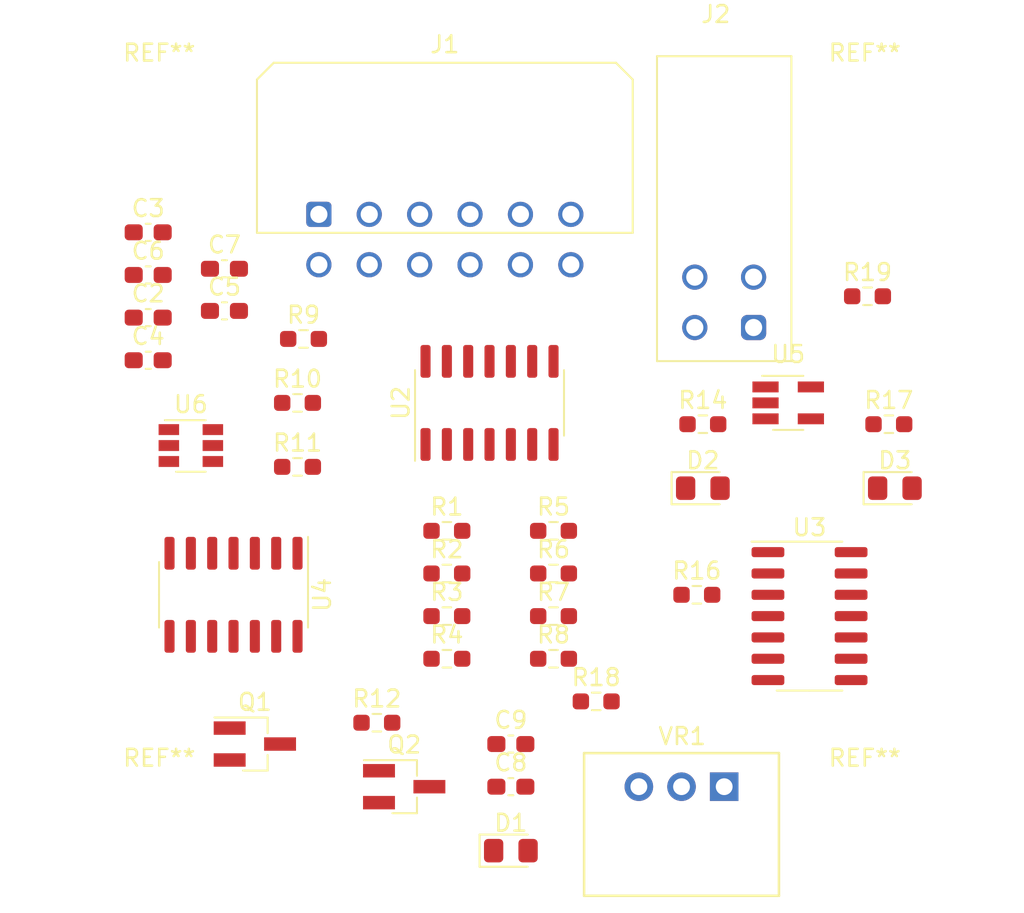
<source format=kicad_pcb>
(kicad_pcb (version 20171130) (host pcbnew "(5.1.8)-1")

  (general
    (thickness 1.6)
    (drawings 4)
    (tracks 0)
    (zones 0)
    (modules 42)
    (nets 29)
  )

  (page A4)
  (layers
    (0 F.Cu signal)
    (31 B.Cu signal)
    (32 B.Adhes user)
    (33 F.Adhes user)
    (34 B.Paste user)
    (35 F.Paste user)
    (36 B.SilkS user)
    (37 F.SilkS user)
    (38 B.Mask user)
    (39 F.Mask user)
    (40 Dwgs.User user)
    (41 Cmts.User user)
    (42 Eco1.User user)
    (43 Eco2.User user)
    (44 Edge.Cuts user)
    (45 Margin user)
    (46 B.CrtYd user)
    (47 F.CrtYd user)
    (48 B.Fab user)
    (49 F.Fab user)
  )

  (setup
    (last_trace_width 0.25)
    (trace_clearance 0.2)
    (zone_clearance 0.508)
    (zone_45_only no)
    (trace_min 0.2)
    (via_size 0.8)
    (via_drill 0.4)
    (via_min_size 0.4)
    (via_min_drill 0.3)
    (uvia_size 0.3)
    (uvia_drill 0.1)
    (uvias_allowed no)
    (uvia_min_size 0.2)
    (uvia_min_drill 0.1)
    (edge_width 0.05)
    (segment_width 0.2)
    (pcb_text_width 0.3)
    (pcb_text_size 1.5 1.5)
    (mod_edge_width 0.12)
    (mod_text_size 1 1)
    (mod_text_width 0.15)
    (pad_size 1.524 1.524)
    (pad_drill 0.762)
    (pad_to_mask_clearance 0)
    (aux_axis_origin 0 0)
    (visible_elements FFFFF77F)
    (pcbplotparams
      (layerselection 0x010fc_ffffffff)
      (usegerberextensions false)
      (usegerberattributes true)
      (usegerberadvancedattributes true)
      (creategerberjobfile true)
      (excludeedgelayer true)
      (linewidth 0.100000)
      (plotframeref false)
      (viasonmask false)
      (mode 1)
      (useauxorigin false)
      (hpglpennumber 1)
      (hpglpenspeed 20)
      (hpglpendiameter 15.000000)
      (psnegative false)
      (psa4output false)
      (plotreference true)
      (plotvalue true)
      (plotinvisibletext false)
      (padsonsilk false)
      (subtractmaskfromsilk false)
      (outputformat 1)
      (mirror false)
      (drillshape 1)
      (scaleselection 1)
      (outputdirectory ""))
  )

  (net 0 "")
  (net 1 GND)
  (net 2 +5V)
  (net 3 "Net-(C8-Pad1)")
  (net 4 "Net-(D1-Pad1)")
  (net 5 /AvionicsHeartbeatTemplate/HEARTBEAT_INPUT_1)
  (net 6 "Net-(D2-Pad1)")
  (net 7 /AvionicsHeartbeatTemplate/HEARTBEAT_BUFF)
  (net 8 "Net-(D3-Pad1)")
  (net 9 "Net-(J1-Pad8)")
  (net 10 /AvionicsHeartbeatTemplate/HEARTBEAT)
  (net 11 /AvionicsHeartbeatTemplate/HEARTBEAT_ADDRESS_4)
  (net 12 /AvionicsHeartbeatTemplate/HEARTBEAT_ADDRESS_3)
  (net 13 /AvionicsHeartbeatTemplate/HEARTBEAT_ADDRESS_2)
  (net 14 /AvionicsHeartbeatTemplate/HEARTBEAT_ADDRESS_1)
  (net 15 "Net-(Q1-Pad2)")
  (net 16 "Net-(Q1-Pad1)")
  (net 17 "Net-(R1-Pad2)")
  (net 18 "Net-(R2-Pad2)")
  (net 19 "Net-(R3-Pad2)")
  (net 20 "Net-(R4-Pad2)")
  (net 21 "Net-(R10-Pad1)")
  (net 22 "Net-(R11-Pad1)")
  (net 23 "Net-(U2-Pad11)")
  (net 24 "Net-(U2-Pad10)")
  (net 25 "Net-(U2-Pad4)")
  (net 26 "Net-(U2-Pad3)")
  (net 27 "Net-(U3-Pad6)")
  (net 28 "Net-(U3-Pad5)")

  (net_class Default "This is the default net class."
    (clearance 0.2)
    (trace_width 0.25)
    (via_dia 0.8)
    (via_drill 0.4)
    (uvia_dia 0.3)
    (uvia_drill 0.1)
    (add_net +5V)
    (add_net /AvionicsHeartbeatTemplate/HEARTBEAT)
    (add_net /AvionicsHeartbeatTemplate/HEARTBEAT_ADDRESS_1)
    (add_net /AvionicsHeartbeatTemplate/HEARTBEAT_ADDRESS_2)
    (add_net /AvionicsHeartbeatTemplate/HEARTBEAT_ADDRESS_3)
    (add_net /AvionicsHeartbeatTemplate/HEARTBEAT_ADDRESS_4)
    (add_net /AvionicsHeartbeatTemplate/HEARTBEAT_BUFF)
    (add_net /AvionicsHeartbeatTemplate/HEARTBEAT_INPUT_1)
    (add_net GND)
    (add_net "Net-(C8-Pad1)")
    (add_net "Net-(D1-Pad1)")
    (add_net "Net-(D2-Pad1)")
    (add_net "Net-(D3-Pad1)")
    (add_net "Net-(J1-Pad8)")
    (add_net "Net-(Q1-Pad1)")
    (add_net "Net-(Q1-Pad2)")
    (add_net "Net-(R1-Pad2)")
    (add_net "Net-(R10-Pad1)")
    (add_net "Net-(R11-Pad1)")
    (add_net "Net-(R2-Pad2)")
    (add_net "Net-(R3-Pad2)")
    (add_net "Net-(R4-Pad2)")
    (add_net "Net-(U2-Pad10)")
    (add_net "Net-(U2-Pad11)")
    (add_net "Net-(U2-Pad3)")
    (add_net "Net-(U2-Pad4)")
    (add_net "Net-(U3-Pad5)")
    (add_net "Net-(U3-Pad6)")
  )

  (module MountingHole:MountingHole_3.2mm_M3 (layer F.Cu) (tedit 56D1B4CB) (tstamp 5FDABC9B)
    (at 54 146)
    (descr "Mounting Hole 3.2mm, no annular, M3")
    (tags "mounting hole 3.2mm no annular m3")
    (attr virtual)
    (fp_text reference REF** (at 0 -4.2) (layer F.SilkS)
      (effects (font (size 1 1) (thickness 0.15)))
    )
    (fp_text value MountingHole_3.2mm_M3 (at 0 4.2) (layer F.Fab)
      (effects (font (size 1 1) (thickness 0.15)))
    )
    (fp_text user %R (at 0.3 0) (layer F.Fab)
      (effects (font (size 1 1) (thickness 0.15)))
    )
    (fp_circle (center 0 0) (end 3.2 0) (layer Cmts.User) (width 0.15))
    (fp_circle (center 0 0) (end 3.45 0) (layer F.CrtYd) (width 0.05))
    (pad 1 np_thru_hole circle (at 0 0) (size 3.2 3.2) (drill 3.2) (layers *.Cu *.Mask))
  )

  (module MountingHole:MountingHole_3.2mm_M3 (layer F.Cu) (tedit 56D1B4CB) (tstamp 5FDABC70)
    (at 96 146)
    (descr "Mounting Hole 3.2mm, no annular, M3")
    (tags "mounting hole 3.2mm no annular m3")
    (attr virtual)
    (fp_text reference REF** (at 0 -4.2) (layer F.SilkS)
      (effects (font (size 1 1) (thickness 0.15)))
    )
    (fp_text value MountingHole_3.2mm_M3 (at 0 4.2) (layer F.Fab)
      (effects (font (size 1 1) (thickness 0.15)))
    )
    (fp_text user %R (at 0.3 0) (layer F.Fab)
      (effects (font (size 1 1) (thickness 0.15)))
    )
    (fp_circle (center 0 0) (end 3.2 0) (layer Cmts.User) (width 0.15))
    (fp_circle (center 0 0) (end 3.45 0) (layer F.CrtYd) (width 0.05))
    (pad 1 np_thru_hole circle (at 0 0) (size 3.2 3.2) (drill 3.2) (layers *.Cu *.Mask))
  )

  (module MountingHole:MountingHole_3.2mm_M3 (layer F.Cu) (tedit 56D1B4CB) (tstamp 5FDABC45)
    (at 96 104)
    (descr "Mounting Hole 3.2mm, no annular, M3")
    (tags "mounting hole 3.2mm no annular m3")
    (attr virtual)
    (fp_text reference REF** (at 0 -4.2) (layer F.SilkS)
      (effects (font (size 1 1) (thickness 0.15)))
    )
    (fp_text value MountingHole_3.2mm_M3 (at 0 4.2) (layer F.Fab)
      (effects (font (size 1 1) (thickness 0.15)))
    )
    (fp_text user %R (at 0.3 0) (layer F.Fab)
      (effects (font (size 1 1) (thickness 0.15)))
    )
    (fp_circle (center 0 0) (end 3.2 0) (layer Cmts.User) (width 0.15))
    (fp_circle (center 0 0) (end 3.45 0) (layer F.CrtYd) (width 0.05))
    (pad 1 np_thru_hole circle (at 0 0) (size 3.2 3.2) (drill 3.2) (layers *.Cu *.Mask))
  )

  (module MountingHole:MountingHole_3.2mm_M3 (layer F.Cu) (tedit 56D1B4CB) (tstamp 5FDABC1A)
    (at 54 104)
    (descr "Mounting Hole 3.2mm, no annular, M3")
    (tags "mounting hole 3.2mm no annular m3")
    (attr virtual)
    (fp_text reference REF** (at 0 -4.2) (layer F.SilkS)
      (effects (font (size 1 1) (thickness 0.15)))
    )
    (fp_text value MountingHole_3.2mm_M3 (at 0 4.2) (layer F.Fab)
      (effects (font (size 1 1) (thickness 0.15)))
    )
    (fp_text user %R (at 0.3 0) (layer F.Fab)
      (effects (font (size 1 1) (thickness 0.15)))
    )
    (fp_circle (center 0 0) (end 3.2 0) (layer Cmts.User) (width 0.15))
    (fp_circle (center 0 0) (end 3.45 0) (layer F.CrtYd) (width 0.05))
    (pad 1 np_thru_hole circle (at 0 0) (size 3.2 3.2) (drill 3.2) (layers *.Cu *.Mask))
  )

  (module BoringFootprints:Recom_R-78C-1.0 (layer F.Cu) (tedit 5FBEFD45) (tstamp 5FDAB690)
    (at 87.63 143.51 180)
    (path /5FC3D4E7)
    (fp_text reference VR1 (at 2.5 3) (layer F.SilkS)
      (effects (font (size 1 1) (thickness 0.15)))
    )
    (fp_text value Recom_R-78c-1.0 (at 2.5 -2.25) (layer F.Fab)
      (effects (font (size 1 1) (thickness 0.15)))
    )
    (fp_line (start -3.26 2) (end 8.34 2) (layer F.SilkS) (width 0.15))
    (fp_line (start -3.26 2) (end -3.26 -6.5) (layer F.SilkS) (width 0.15))
    (fp_line (start 8.34 2) (end 8.34 -6.5) (layer F.SilkS) (width 0.15))
    (fp_line (start -3.26 -6.5) (end 8.34 -6.5) (layer F.SilkS) (width 0.15))
    (pad 3 thru_hole circle (at 5.08 0 180) (size 1.7 1.7) (drill 1) (layers *.Cu *.Mask)
      (net 3 "Net-(C8-Pad1)"))
    (pad 2 thru_hole circle (at 2.54 0 180) (size 1.7 1.7) (drill 1) (layers *.Cu *.Mask)
      (net 1 GND))
    (pad 1 thru_hole rect (at 0 0 180) (size 1.7 1.7) (drill 1) (layers *.Cu *.Mask)
      (net 2 +5V))
  )

  (module Package_TO_SOT_SMD:TSOT-23-6 (layer F.Cu) (tedit 5A02FF57) (tstamp 5FDAB685)
    (at 55.88 123.19)
    (descr "6-pin TSOT23 package, http://cds.linear.com/docs/en/packaging/SOT_6_05-08-1636.pdf")
    (tags "TSOT-23-6 MK06A TSOT-6")
    (path /5F94F01A/5F9E4DE4)
    (attr smd)
    (fp_text reference U6 (at 0 -2.45) (layer F.SilkS)
      (effects (font (size 1 1) (thickness 0.15)))
    )
    (fp_text value LTC6993xS6-1 (at 0 2.5) (layer F.Fab)
      (effects (font (size 1 1) (thickness 0.15)))
    )
    (fp_text user %R (at 0 0 90) (layer F.Fab)
      (effects (font (size 0.5 0.5) (thickness 0.075)))
    )
    (fp_line (start -0.88 1.56) (end 0.88 1.56) (layer F.SilkS) (width 0.12))
    (fp_line (start 0.88 -1.51) (end -1.55 -1.51) (layer F.SilkS) (width 0.12))
    (fp_line (start -0.88 -1) (end -0.43 -1.45) (layer F.Fab) (width 0.1))
    (fp_line (start 0.88 -1.45) (end -0.43 -1.45) (layer F.Fab) (width 0.1))
    (fp_line (start -0.88 -1) (end -0.88 1.45) (layer F.Fab) (width 0.1))
    (fp_line (start 0.88 1.45) (end -0.88 1.45) (layer F.Fab) (width 0.1))
    (fp_line (start 0.88 -1.45) (end 0.88 1.45) (layer F.Fab) (width 0.1))
    (fp_line (start -2.17 -1.7) (end 2.17 -1.7) (layer F.CrtYd) (width 0.05))
    (fp_line (start -2.17 -1.7) (end -2.17 1.7) (layer F.CrtYd) (width 0.05))
    (fp_line (start 2.17 1.7) (end 2.17 -1.7) (layer F.CrtYd) (width 0.05))
    (fp_line (start 2.17 1.7) (end -2.17 1.7) (layer F.CrtYd) (width 0.05))
    (pad 6 smd rect (at 1.31 -0.95) (size 1.22 0.65) (layers F.Cu F.Paste F.Mask)
      (net 16 "Net-(Q1-Pad1)"))
    (pad 5 smd rect (at 1.31 0) (size 1.22 0.65) (layers F.Cu F.Paste F.Mask)
      (net 2 +5V))
    (pad 4 smd rect (at 1.31 0.95) (size 1.22 0.65) (layers F.Cu F.Paste F.Mask)
      (net 21 "Net-(R10-Pad1)"))
    (pad 3 smd rect (at -1.31 0.95) (size 1.22 0.65) (layers F.Cu F.Paste F.Mask)
      (net 22 "Net-(R11-Pad1)"))
    (pad 2 smd rect (at -1.31 0) (size 1.22 0.65) (layers F.Cu F.Paste F.Mask)
      (net 1 GND))
    (pad 1 smd rect (at -1.31 -0.95) (size 1.22 0.65) (layers F.Cu F.Paste F.Mask)
      (net 27 "Net-(U3-Pad6)"))
    (model ${KISYS3DMOD}/Package_TO_SOT_SMD.3dshapes/TSOT-23-6.wrl
      (at (xyz 0 0 0))
      (scale (xyz 1 1 1))
      (rotate (xyz 0 0 0))
    )
  )

  (module Package_TO_SOT_SMD:SOT-23-5_HandSoldering (layer F.Cu) (tedit 5A0AB76C) (tstamp 5FDAB66F)
    (at 91.44 120.65)
    (descr "5-pin SOT23 package")
    (tags "SOT-23-5 hand-soldering")
    (path /5F94F01A/5FAAF254)
    (attr smd)
    (fp_text reference U5 (at 0 -2.9) (layer F.SilkS)
      (effects (font (size 1 1) (thickness 0.15)))
    )
    (fp_text value 74LVC1G17 (at 0 2.9) (layer F.Fab)
      (effects (font (size 1 1) (thickness 0.15)))
    )
    (fp_text user %R (at 0 0 90) (layer F.Fab)
      (effects (font (size 0.5 0.5) (thickness 0.075)))
    )
    (fp_line (start -0.9 1.61) (end 0.9 1.61) (layer F.SilkS) (width 0.12))
    (fp_line (start 0.9 -1.61) (end -1.55 -1.61) (layer F.SilkS) (width 0.12))
    (fp_line (start -0.9 -0.9) (end -0.25 -1.55) (layer F.Fab) (width 0.1))
    (fp_line (start 0.9 -1.55) (end -0.25 -1.55) (layer F.Fab) (width 0.1))
    (fp_line (start -0.9 -0.9) (end -0.9 1.55) (layer F.Fab) (width 0.1))
    (fp_line (start 0.9 1.55) (end -0.9 1.55) (layer F.Fab) (width 0.1))
    (fp_line (start 0.9 -1.55) (end 0.9 1.55) (layer F.Fab) (width 0.1))
    (fp_line (start -2.38 -1.8) (end 2.38 -1.8) (layer F.CrtYd) (width 0.05))
    (fp_line (start -2.38 -1.8) (end -2.38 1.8) (layer F.CrtYd) (width 0.05))
    (fp_line (start 2.38 1.8) (end 2.38 -1.8) (layer F.CrtYd) (width 0.05))
    (fp_line (start 2.38 1.8) (end -2.38 1.8) (layer F.CrtYd) (width 0.05))
    (pad 5 smd rect (at 1.35 -0.95) (size 1.56 0.65) (layers F.Cu F.Paste F.Mask)
      (net 2 +5V))
    (pad 4 smd rect (at 1.35 0.95) (size 1.56 0.65) (layers F.Cu F.Paste F.Mask)
      (net 7 /AvionicsHeartbeatTemplate/HEARTBEAT_BUFF))
    (pad 3 smd rect (at -1.35 0.95) (size 1.56 0.65) (layers F.Cu F.Paste F.Mask)
      (net 1 GND))
    (pad 2 smd rect (at -1.35 0) (size 1.56 0.65) (layers F.Cu F.Paste F.Mask)
      (net 10 /AvionicsHeartbeatTemplate/HEARTBEAT))
    (pad 1 smd rect (at -1.35 -0.95) (size 1.56 0.65) (layers F.Cu F.Paste F.Mask))
    (model ${KISYS3DMOD}/Package_TO_SOT_SMD.3dshapes/SOT-23-5.wrl
      (at (xyz 0 0 0))
      (scale (xyz 1 1 1))
      (rotate (xyz 0 0 0))
    )
  )

  (module Package_SO:SOIC-14_3.9x8.7mm_P1.27mm (layer F.Cu) (tedit 5D9F72B1) (tstamp 5FDAB65A)
    (at 58.42 132.08 270)
    (descr "SOIC, 14 Pin (JEDEC MS-012AB, https://www.analog.com/media/en/package-pcb-resources/package/pkg_pdf/soic_narrow-r/r_14.pdf), generated with kicad-footprint-generator ipc_gullwing_generator.py")
    (tags "SOIC SO")
    (path /5F94F01A/5F9A3A97)
    (attr smd)
    (fp_text reference U4 (at 0 -5.28 90) (layer F.SilkS)
      (effects (font (size 1 1) (thickness 0.15)))
    )
    (fp_text value 74HC21 (at 0 5.28 90) (layer F.Fab)
      (effects (font (size 1 1) (thickness 0.15)))
    )
    (fp_text user %R (at 0 0 90) (layer F.Fab)
      (effects (font (size 0.98 0.98) (thickness 0.15)))
    )
    (fp_line (start 0 4.435) (end 1.95 4.435) (layer F.SilkS) (width 0.12))
    (fp_line (start 0 4.435) (end -1.95 4.435) (layer F.SilkS) (width 0.12))
    (fp_line (start 0 -4.435) (end 1.95 -4.435) (layer F.SilkS) (width 0.12))
    (fp_line (start 0 -4.435) (end -3.45 -4.435) (layer F.SilkS) (width 0.12))
    (fp_line (start -0.975 -4.325) (end 1.95 -4.325) (layer F.Fab) (width 0.1))
    (fp_line (start 1.95 -4.325) (end 1.95 4.325) (layer F.Fab) (width 0.1))
    (fp_line (start 1.95 4.325) (end -1.95 4.325) (layer F.Fab) (width 0.1))
    (fp_line (start -1.95 4.325) (end -1.95 -3.35) (layer F.Fab) (width 0.1))
    (fp_line (start -1.95 -3.35) (end -0.975 -4.325) (layer F.Fab) (width 0.1))
    (fp_line (start -3.7 -4.58) (end -3.7 4.58) (layer F.CrtYd) (width 0.05))
    (fp_line (start -3.7 4.58) (end 3.7 4.58) (layer F.CrtYd) (width 0.05))
    (fp_line (start 3.7 4.58) (end 3.7 -4.58) (layer F.CrtYd) (width 0.05))
    (fp_line (start 3.7 -4.58) (end -3.7 -4.58) (layer F.CrtYd) (width 0.05))
    (pad 14 smd roundrect (at 2.475 -3.81 270) (size 1.95 0.6) (layers F.Cu F.Paste F.Mask) (roundrect_rratio 0.25)
      (net 2 +5V))
    (pad 13 smd roundrect (at 2.475 -2.54 270) (size 1.95 0.6) (layers F.Cu F.Paste F.Mask) (roundrect_rratio 0.25))
    (pad 12 smd roundrect (at 2.475 -1.27 270) (size 1.95 0.6) (layers F.Cu F.Paste F.Mask) (roundrect_rratio 0.25))
    (pad 11 smd roundrect (at 2.475 0 270) (size 1.95 0.6) (layers F.Cu F.Paste F.Mask) (roundrect_rratio 0.25))
    (pad 10 smd roundrect (at 2.475 1.27 270) (size 1.95 0.6) (layers F.Cu F.Paste F.Mask) (roundrect_rratio 0.25))
    (pad 9 smd roundrect (at 2.475 2.54 270) (size 1.95 0.6) (layers F.Cu F.Paste F.Mask) (roundrect_rratio 0.25))
    (pad 8 smd roundrect (at 2.475 3.81 270) (size 1.95 0.6) (layers F.Cu F.Paste F.Mask) (roundrect_rratio 0.25))
    (pad 7 smd roundrect (at -2.475 3.81 270) (size 1.95 0.6) (layers F.Cu F.Paste F.Mask) (roundrect_rratio 0.25)
      (net 1 GND))
    (pad 6 smd roundrect (at -2.475 2.54 270) (size 1.95 0.6) (layers F.Cu F.Paste F.Mask) (roundrect_rratio 0.25)
      (net 28 "Net-(U3-Pad5)"))
    (pad 5 smd roundrect (at -2.475 1.27 270) (size 1.95 0.6) (layers F.Cu F.Paste F.Mask) (roundrect_rratio 0.25)
      (net 23 "Net-(U2-Pad11)"))
    (pad 4 smd roundrect (at -2.475 0 270) (size 1.95 0.6) (layers F.Cu F.Paste F.Mask) (roundrect_rratio 0.25)
      (net 24 "Net-(U2-Pad10)"))
    (pad 3 smd roundrect (at -2.475 -1.27 270) (size 1.95 0.6) (layers F.Cu F.Paste F.Mask) (roundrect_rratio 0.25))
    (pad 2 smd roundrect (at -2.475 -2.54 270) (size 1.95 0.6) (layers F.Cu F.Paste F.Mask) (roundrect_rratio 0.25)
      (net 25 "Net-(U2-Pad4)"))
    (pad 1 smd roundrect (at -2.475 -3.81 270) (size 1.95 0.6) (layers F.Cu F.Paste F.Mask) (roundrect_rratio 0.25)
      (net 26 "Net-(U2-Pad3)"))
    (model ${KISYS3DMOD}/Package_SO.3dshapes/SOIC-14_3.9x8.7mm_P1.27mm.wrl
      (at (xyz 0 0 0))
      (scale (xyz 1 1 1))
      (rotate (xyz 0 0 0))
    )
  )

  (module Package_SO:SOIC-14_3.9x8.7mm_P1.27mm (layer F.Cu) (tedit 5D9F72B1) (tstamp 5FDAB63A)
    (at 92.71 133.35)
    (descr "SOIC, 14 Pin (JEDEC MS-012AB, https://www.analog.com/media/en/package-pcb-resources/package/pkg_pdf/soic_narrow-r/r_14.pdf), generated with kicad-footprint-generator ipc_gullwing_generator.py")
    (tags "SOIC SO")
    (path /5F94F01A/5F98DD9A)
    (attr smd)
    (fp_text reference U3 (at 0 -5.28) (layer F.SilkS)
      (effects (font (size 1 1) (thickness 0.15)))
    )
    (fp_text value 74HC08 (at 0 5.28) (layer F.Fab)
      (effects (font (size 1 1) (thickness 0.15)))
    )
    (fp_text user %R (at 0 0) (layer F.Fab)
      (effects (font (size 0.98 0.98) (thickness 0.15)))
    )
    (fp_line (start 0 4.435) (end 1.95 4.435) (layer F.SilkS) (width 0.12))
    (fp_line (start 0 4.435) (end -1.95 4.435) (layer F.SilkS) (width 0.12))
    (fp_line (start 0 -4.435) (end 1.95 -4.435) (layer F.SilkS) (width 0.12))
    (fp_line (start 0 -4.435) (end -3.45 -4.435) (layer F.SilkS) (width 0.12))
    (fp_line (start -0.975 -4.325) (end 1.95 -4.325) (layer F.Fab) (width 0.1))
    (fp_line (start 1.95 -4.325) (end 1.95 4.325) (layer F.Fab) (width 0.1))
    (fp_line (start 1.95 4.325) (end -1.95 4.325) (layer F.Fab) (width 0.1))
    (fp_line (start -1.95 4.325) (end -1.95 -3.35) (layer F.Fab) (width 0.1))
    (fp_line (start -1.95 -3.35) (end -0.975 -4.325) (layer F.Fab) (width 0.1))
    (fp_line (start -3.7 -4.58) (end -3.7 4.58) (layer F.CrtYd) (width 0.05))
    (fp_line (start -3.7 4.58) (end 3.7 4.58) (layer F.CrtYd) (width 0.05))
    (fp_line (start 3.7 4.58) (end 3.7 -4.58) (layer F.CrtYd) (width 0.05))
    (fp_line (start 3.7 -4.58) (end -3.7 -4.58) (layer F.CrtYd) (width 0.05))
    (pad 14 smd roundrect (at 2.475 -3.81) (size 1.95 0.6) (layers F.Cu F.Paste F.Mask) (roundrect_rratio 0.25)
      (net 2 +5V))
    (pad 13 smd roundrect (at 2.475 -2.54) (size 1.95 0.6) (layers F.Cu F.Paste F.Mask) (roundrect_rratio 0.25))
    (pad 12 smd roundrect (at 2.475 -1.27) (size 1.95 0.6) (layers F.Cu F.Paste F.Mask) (roundrect_rratio 0.25))
    (pad 11 smd roundrect (at 2.475 0) (size 1.95 0.6) (layers F.Cu F.Paste F.Mask) (roundrect_rratio 0.25))
    (pad 10 smd roundrect (at 2.475 1.27) (size 1.95 0.6) (layers F.Cu F.Paste F.Mask) (roundrect_rratio 0.25))
    (pad 9 smd roundrect (at 2.475 2.54) (size 1.95 0.6) (layers F.Cu F.Paste F.Mask) (roundrect_rratio 0.25))
    (pad 8 smd roundrect (at 2.475 3.81) (size 1.95 0.6) (layers F.Cu F.Paste F.Mask) (roundrect_rratio 0.25))
    (pad 7 smd roundrect (at -2.475 3.81) (size 1.95 0.6) (layers F.Cu F.Paste F.Mask) (roundrect_rratio 0.25)
      (net 1 GND))
    (pad 6 smd roundrect (at -2.475 2.54) (size 1.95 0.6) (layers F.Cu F.Paste F.Mask) (roundrect_rratio 0.25)
      (net 27 "Net-(U3-Pad6)"))
    (pad 5 smd roundrect (at -2.475 1.27) (size 1.95 0.6) (layers F.Cu F.Paste F.Mask) (roundrect_rratio 0.25)
      (net 28 "Net-(U3-Pad5)"))
    (pad 4 smd roundrect (at -2.475 0) (size 1.95 0.6) (layers F.Cu F.Paste F.Mask) (roundrect_rratio 0.25)
      (net 5 /AvionicsHeartbeatTemplate/HEARTBEAT_INPUT_1))
    (pad 3 smd roundrect (at -2.475 -1.27) (size 1.95 0.6) (layers F.Cu F.Paste F.Mask) (roundrect_rratio 0.25))
    (pad 2 smd roundrect (at -2.475 -2.54) (size 1.95 0.6) (layers F.Cu F.Paste F.Mask) (roundrect_rratio 0.25))
    (pad 1 smd roundrect (at -2.475 -3.81) (size 1.95 0.6) (layers F.Cu F.Paste F.Mask) (roundrect_rratio 0.25))
    (model ${KISYS3DMOD}/Package_SO.3dshapes/SOIC-14_3.9x8.7mm_P1.27mm.wrl
      (at (xyz 0 0 0))
      (scale (xyz 1 1 1))
      (rotate (xyz 0 0 0))
    )
  )

  (module Package_SO:SOIC-14_3.9x8.7mm_P1.27mm (layer F.Cu) (tedit 5D9F72B1) (tstamp 5FDAB61A)
    (at 73.66 120.65 90)
    (descr "SOIC, 14 Pin (JEDEC MS-012AB, https://www.analog.com/media/en/package-pcb-resources/package/pkg_pdf/soic_narrow-r/r_14.pdf), generated with kicad-footprint-generator ipc_gullwing_generator.py")
    (tags "SOIC SO")
    (path /5F94F01A/5F96A885)
    (attr smd)
    (fp_text reference U2 (at 0 -5.28 90) (layer F.SilkS)
      (effects (font (size 1 1) (thickness 0.15)))
    )
    (fp_text value 74HC266 (at 0 5.28 90) (layer F.Fab)
      (effects (font (size 1 1) (thickness 0.15)))
    )
    (fp_text user %R (at 0 0 90) (layer F.Fab)
      (effects (font (size 0.98 0.98) (thickness 0.15)))
    )
    (fp_line (start 0 4.435) (end 1.95 4.435) (layer F.SilkS) (width 0.12))
    (fp_line (start 0 4.435) (end -1.95 4.435) (layer F.SilkS) (width 0.12))
    (fp_line (start 0 -4.435) (end 1.95 -4.435) (layer F.SilkS) (width 0.12))
    (fp_line (start 0 -4.435) (end -3.45 -4.435) (layer F.SilkS) (width 0.12))
    (fp_line (start -0.975 -4.325) (end 1.95 -4.325) (layer F.Fab) (width 0.1))
    (fp_line (start 1.95 -4.325) (end 1.95 4.325) (layer F.Fab) (width 0.1))
    (fp_line (start 1.95 4.325) (end -1.95 4.325) (layer F.Fab) (width 0.1))
    (fp_line (start -1.95 4.325) (end -1.95 -3.35) (layer F.Fab) (width 0.1))
    (fp_line (start -1.95 -3.35) (end -0.975 -4.325) (layer F.Fab) (width 0.1))
    (fp_line (start -3.7 -4.58) (end -3.7 4.58) (layer F.CrtYd) (width 0.05))
    (fp_line (start -3.7 4.58) (end 3.7 4.58) (layer F.CrtYd) (width 0.05))
    (fp_line (start 3.7 4.58) (end 3.7 -4.58) (layer F.CrtYd) (width 0.05))
    (fp_line (start 3.7 -4.58) (end -3.7 -4.58) (layer F.CrtYd) (width 0.05))
    (pad 14 smd roundrect (at 2.475 -3.81 90) (size 1.95 0.6) (layers F.Cu F.Paste F.Mask) (roundrect_rratio 0.25)
      (net 2 +5V))
    (pad 13 smd roundrect (at 2.475 -2.54 90) (size 1.95 0.6) (layers F.Cu F.Paste F.Mask) (roundrect_rratio 0.25)
      (net 20 "Net-(R4-Pad2)"))
    (pad 12 smd roundrect (at 2.475 -1.27 90) (size 1.95 0.6) (layers F.Cu F.Paste F.Mask) (roundrect_rratio 0.25)
      (net 11 /AvionicsHeartbeatTemplate/HEARTBEAT_ADDRESS_4))
    (pad 11 smd roundrect (at 2.475 0 90) (size 1.95 0.6) (layers F.Cu F.Paste F.Mask) (roundrect_rratio 0.25)
      (net 23 "Net-(U2-Pad11)"))
    (pad 10 smd roundrect (at 2.475 1.27 90) (size 1.95 0.6) (layers F.Cu F.Paste F.Mask) (roundrect_rratio 0.25)
      (net 24 "Net-(U2-Pad10)"))
    (pad 9 smd roundrect (at 2.475 2.54 90) (size 1.95 0.6) (layers F.Cu F.Paste F.Mask) (roundrect_rratio 0.25)
      (net 19 "Net-(R3-Pad2)"))
    (pad 8 smd roundrect (at 2.475 3.81 90) (size 1.95 0.6) (layers F.Cu F.Paste F.Mask) (roundrect_rratio 0.25)
      (net 12 /AvionicsHeartbeatTemplate/HEARTBEAT_ADDRESS_3))
    (pad 7 smd roundrect (at -2.475 3.81 90) (size 1.95 0.6) (layers F.Cu F.Paste F.Mask) (roundrect_rratio 0.25)
      (net 1 GND))
    (pad 6 smd roundrect (at -2.475 2.54 90) (size 1.95 0.6) (layers F.Cu F.Paste F.Mask) (roundrect_rratio 0.25)
      (net 18 "Net-(R2-Pad2)"))
    (pad 5 smd roundrect (at -2.475 1.27 90) (size 1.95 0.6) (layers F.Cu F.Paste F.Mask) (roundrect_rratio 0.25)
      (net 13 /AvionicsHeartbeatTemplate/HEARTBEAT_ADDRESS_2))
    (pad 4 smd roundrect (at -2.475 0 90) (size 1.95 0.6) (layers F.Cu F.Paste F.Mask) (roundrect_rratio 0.25)
      (net 25 "Net-(U2-Pad4)"))
    (pad 3 smd roundrect (at -2.475 -1.27 90) (size 1.95 0.6) (layers F.Cu F.Paste F.Mask) (roundrect_rratio 0.25)
      (net 26 "Net-(U2-Pad3)"))
    (pad 2 smd roundrect (at -2.475 -2.54 90) (size 1.95 0.6) (layers F.Cu F.Paste F.Mask) (roundrect_rratio 0.25)
      (net 17 "Net-(R1-Pad2)"))
    (pad 1 smd roundrect (at -2.475 -3.81 90) (size 1.95 0.6) (layers F.Cu F.Paste F.Mask) (roundrect_rratio 0.25)
      (net 14 /AvionicsHeartbeatTemplate/HEARTBEAT_ADDRESS_1))
    (model ${KISYS3DMOD}/Package_SO.3dshapes/SOIC-14_3.9x8.7mm_P1.27mm.wrl
      (at (xyz 0 0 0))
      (scale (xyz 1 1 1))
      (rotate (xyz 0 0 0))
    )
  )

  (module Resistor_SMD:R_0603_1608Metric_Pad0.98x0.95mm_HandSolder (layer F.Cu) (tedit 5F68FEEE) (tstamp 5FDAB5FA)
    (at 96.1625 114.3)
    (descr "Resistor SMD 0603 (1608 Metric), square (rectangular) end terminal, IPC_7351 nominal with elongated pad for handsoldering. (Body size source: IPC-SM-782 page 72, https://www.pcb-3d.com/wordpress/wp-content/uploads/ipc-sm-782a_amendment_1_and_2.pdf), generated with kicad-footprint-generator")
    (tags "resistor handsolder")
    (path /5FC33E92)
    (attr smd)
    (fp_text reference R19 (at 0 -1.43) (layer F.SilkS)
      (effects (font (size 1 1) (thickness 0.15)))
    )
    (fp_text value 10k (at 0 1.43) (layer F.Fab)
      (effects (font (size 1 1) (thickness 0.15)))
    )
    (fp_text user %R (at 0 0) (layer F.Fab)
      (effects (font (size 0.4 0.4) (thickness 0.06)))
    )
    (fp_line (start -0.8 0.4125) (end -0.8 -0.4125) (layer F.Fab) (width 0.1))
    (fp_line (start -0.8 -0.4125) (end 0.8 -0.4125) (layer F.Fab) (width 0.1))
    (fp_line (start 0.8 -0.4125) (end 0.8 0.4125) (layer F.Fab) (width 0.1))
    (fp_line (start 0.8 0.4125) (end -0.8 0.4125) (layer F.Fab) (width 0.1))
    (fp_line (start -0.254724 -0.5225) (end 0.254724 -0.5225) (layer F.SilkS) (width 0.12))
    (fp_line (start -0.254724 0.5225) (end 0.254724 0.5225) (layer F.SilkS) (width 0.12))
    (fp_line (start -1.65 0.73) (end -1.65 -0.73) (layer F.CrtYd) (width 0.05))
    (fp_line (start -1.65 -0.73) (end 1.65 -0.73) (layer F.CrtYd) (width 0.05))
    (fp_line (start 1.65 -0.73) (end 1.65 0.73) (layer F.CrtYd) (width 0.05))
    (fp_line (start 1.65 0.73) (end -1.65 0.73) (layer F.CrtYd) (width 0.05))
    (pad 2 smd roundrect (at 0.9125 0) (size 0.975 0.95) (layers F.Cu F.Paste F.Mask) (roundrect_rratio 0.25)
      (net 1 GND))
    (pad 1 smd roundrect (at -0.9125 0) (size 0.975 0.95) (layers F.Cu F.Paste F.Mask) (roundrect_rratio 0.25)
      (net 5 /AvionicsHeartbeatTemplate/HEARTBEAT_INPUT_1))
    (model ${KISYS3DMOD}/Resistor_SMD.3dshapes/R_0603_1608Metric.wrl
      (at (xyz 0 0 0))
      (scale (xyz 1 1 1))
      (rotate (xyz 0 0 0))
    )
  )

  (module Resistor_SMD:R_0603_1608Metric_Pad0.98x0.95mm_HandSolder (layer F.Cu) (tedit 5F68FEEE) (tstamp 5FDAB5E9)
    (at 80.01 138.43)
    (descr "Resistor SMD 0603 (1608 Metric), square (rectangular) end terminal, IPC_7351 nominal with elongated pad for handsoldering. (Body size source: IPC-SM-782 page 72, https://www.pcb-3d.com/wordpress/wp-content/uploads/ipc-sm-782a_amendment_1_and_2.pdf), generated with kicad-footprint-generator")
    (tags "resistor handsolder")
    (path /5FC06267)
    (attr smd)
    (fp_text reference R18 (at 0 -1.43) (layer F.SilkS)
      (effects (font (size 1 1) (thickness 0.15)))
    )
    (fp_text value 1k (at 0 1.43) (layer F.Fab)
      (effects (font (size 1 1) (thickness 0.15)))
    )
    (fp_text user %R (at 0 0) (layer F.Fab)
      (effects (font (size 0.4 0.4) (thickness 0.06)))
    )
    (fp_line (start -0.8 0.4125) (end -0.8 -0.4125) (layer F.Fab) (width 0.1))
    (fp_line (start -0.8 -0.4125) (end 0.8 -0.4125) (layer F.Fab) (width 0.1))
    (fp_line (start 0.8 -0.4125) (end 0.8 0.4125) (layer F.Fab) (width 0.1))
    (fp_line (start 0.8 0.4125) (end -0.8 0.4125) (layer F.Fab) (width 0.1))
    (fp_line (start -0.254724 -0.5225) (end 0.254724 -0.5225) (layer F.SilkS) (width 0.12))
    (fp_line (start -0.254724 0.5225) (end 0.254724 0.5225) (layer F.SilkS) (width 0.12))
    (fp_line (start -1.65 0.73) (end -1.65 -0.73) (layer F.CrtYd) (width 0.05))
    (fp_line (start -1.65 -0.73) (end 1.65 -0.73) (layer F.CrtYd) (width 0.05))
    (fp_line (start 1.65 -0.73) (end 1.65 0.73) (layer F.CrtYd) (width 0.05))
    (fp_line (start 1.65 0.73) (end -1.65 0.73) (layer F.CrtYd) (width 0.05))
    (pad 2 smd roundrect (at 0.9125 0) (size 0.975 0.95) (layers F.Cu F.Paste F.Mask) (roundrect_rratio 0.25)
      (net 1 GND))
    (pad 1 smd roundrect (at -0.9125 0) (size 0.975 0.95) (layers F.Cu F.Paste F.Mask) (roundrect_rratio 0.25)
      (net 4 "Net-(D1-Pad1)"))
    (model ${KISYS3DMOD}/Resistor_SMD.3dshapes/R_0603_1608Metric.wrl
      (at (xyz 0 0 0))
      (scale (xyz 1 1 1))
      (rotate (xyz 0 0 0))
    )
  )

  (module Resistor_SMD:R_0603_1608Metric_Pad0.98x0.95mm_HandSolder (layer F.Cu) (tedit 5F68FEEE) (tstamp 5FDAB5D8)
    (at 97.4325 121.92)
    (descr "Resistor SMD 0603 (1608 Metric), square (rectangular) end terminal, IPC_7351 nominal with elongated pad for handsoldering. (Body size source: IPC-SM-782 page 72, https://www.pcb-3d.com/wordpress/wp-content/uploads/ipc-sm-782a_amendment_1_and_2.pdf), generated with kicad-footprint-generator")
    (tags "resistor handsolder")
    (path /5F94F01A/5FA80F4A)
    (attr smd)
    (fp_text reference R17 (at 0 -1.43) (layer F.SilkS)
      (effects (font (size 1 1) (thickness 0.15)))
    )
    (fp_text value 1K (at 0 1.43) (layer F.Fab)
      (effects (font (size 1 1) (thickness 0.15)))
    )
    (fp_text user %R (at 0 0) (layer F.Fab)
      (effects (font (size 0.4 0.4) (thickness 0.06)))
    )
    (fp_line (start -0.8 0.4125) (end -0.8 -0.4125) (layer F.Fab) (width 0.1))
    (fp_line (start -0.8 -0.4125) (end 0.8 -0.4125) (layer F.Fab) (width 0.1))
    (fp_line (start 0.8 -0.4125) (end 0.8 0.4125) (layer F.Fab) (width 0.1))
    (fp_line (start 0.8 0.4125) (end -0.8 0.4125) (layer F.Fab) (width 0.1))
    (fp_line (start -0.254724 -0.5225) (end 0.254724 -0.5225) (layer F.SilkS) (width 0.12))
    (fp_line (start -0.254724 0.5225) (end 0.254724 0.5225) (layer F.SilkS) (width 0.12))
    (fp_line (start -1.65 0.73) (end -1.65 -0.73) (layer F.CrtYd) (width 0.05))
    (fp_line (start -1.65 -0.73) (end 1.65 -0.73) (layer F.CrtYd) (width 0.05))
    (fp_line (start 1.65 -0.73) (end 1.65 0.73) (layer F.CrtYd) (width 0.05))
    (fp_line (start 1.65 0.73) (end -1.65 0.73) (layer F.CrtYd) (width 0.05))
    (pad 2 smd roundrect (at 0.9125 0) (size 0.975 0.95) (layers F.Cu F.Paste F.Mask) (roundrect_rratio 0.25)
      (net 1 GND))
    (pad 1 smd roundrect (at -0.9125 0) (size 0.975 0.95) (layers F.Cu F.Paste F.Mask) (roundrect_rratio 0.25)
      (net 8 "Net-(D3-Pad1)"))
    (model ${KISYS3DMOD}/Resistor_SMD.3dshapes/R_0603_1608Metric.wrl
      (at (xyz 0 0 0))
      (scale (xyz 1 1 1))
      (rotate (xyz 0 0 0))
    )
  )

  (module Resistor_SMD:R_0603_1608Metric_Pad0.98x0.95mm_HandSolder (layer F.Cu) (tedit 5F68FEEE) (tstamp 5FDAB5C7)
    (at 86.0025 132.08)
    (descr "Resistor SMD 0603 (1608 Metric), square (rectangular) end terminal, IPC_7351 nominal with elongated pad for handsoldering. (Body size source: IPC-SM-782 page 72, https://www.pcb-3d.com/wordpress/wp-content/uploads/ipc-sm-782a_amendment_1_and_2.pdf), generated with kicad-footprint-generator")
    (tags "resistor handsolder")
    (path /5F94F01A/5FA785E3)
    (attr smd)
    (fp_text reference R16 (at 0 -1.43) (layer F.SilkS)
      (effects (font (size 1 1) (thickness 0.15)))
    )
    (fp_text value 1K (at 0 1.43) (layer F.Fab)
      (effects (font (size 1 1) (thickness 0.15)))
    )
    (fp_text user %R (at 0 0) (layer F.Fab)
      (effects (font (size 0.4 0.4) (thickness 0.06)))
    )
    (fp_line (start -0.8 0.4125) (end -0.8 -0.4125) (layer F.Fab) (width 0.1))
    (fp_line (start -0.8 -0.4125) (end 0.8 -0.4125) (layer F.Fab) (width 0.1))
    (fp_line (start 0.8 -0.4125) (end 0.8 0.4125) (layer F.Fab) (width 0.1))
    (fp_line (start 0.8 0.4125) (end -0.8 0.4125) (layer F.Fab) (width 0.1))
    (fp_line (start -0.254724 -0.5225) (end 0.254724 -0.5225) (layer F.SilkS) (width 0.12))
    (fp_line (start -0.254724 0.5225) (end 0.254724 0.5225) (layer F.SilkS) (width 0.12))
    (fp_line (start -1.65 0.73) (end -1.65 -0.73) (layer F.CrtYd) (width 0.05))
    (fp_line (start -1.65 -0.73) (end 1.65 -0.73) (layer F.CrtYd) (width 0.05))
    (fp_line (start 1.65 -0.73) (end 1.65 0.73) (layer F.CrtYd) (width 0.05))
    (fp_line (start 1.65 0.73) (end -1.65 0.73) (layer F.CrtYd) (width 0.05))
    (pad 2 smd roundrect (at 0.9125 0) (size 0.975 0.95) (layers F.Cu F.Paste F.Mask) (roundrect_rratio 0.25)
      (net 1 GND))
    (pad 1 smd roundrect (at -0.9125 0) (size 0.975 0.95) (layers F.Cu F.Paste F.Mask) (roundrect_rratio 0.25)
      (net 6 "Net-(D2-Pad1)"))
    (model ${KISYS3DMOD}/Resistor_SMD.3dshapes/R_0603_1608Metric.wrl
      (at (xyz 0 0 0))
      (scale (xyz 1 1 1))
      (rotate (xyz 0 0 0))
    )
  )

  (module Resistor_SMD:R_0603_1608Metric_Pad0.98x0.95mm_HandSolder (layer F.Cu) (tedit 5F68FEEE) (tstamp 5FDAB5B6)
    (at 86.36 121.92)
    (descr "Resistor SMD 0603 (1608 Metric), square (rectangular) end terminal, IPC_7351 nominal with elongated pad for handsoldering. (Body size source: IPC-SM-782 page 72, https://www.pcb-3d.com/wordpress/wp-content/uploads/ipc-sm-782a_amendment_1_and_2.pdf), generated with kicad-footprint-generator")
    (tags "resistor handsolder")
    (path /5F94F01A/5F9F1E06)
    (attr smd)
    (fp_text reference R14 (at 0 -1.43) (layer F.SilkS)
      (effects (font (size 1 1) (thickness 0.15)))
    )
    (fp_text value 47K (at 0 1.43) (layer F.Fab)
      (effects (font (size 1 1) (thickness 0.15)))
    )
    (fp_text user %R (at 0 0) (layer F.Fab)
      (effects (font (size 0.4 0.4) (thickness 0.06)))
    )
    (fp_line (start -0.8 0.4125) (end -0.8 -0.4125) (layer F.Fab) (width 0.1))
    (fp_line (start -0.8 -0.4125) (end 0.8 -0.4125) (layer F.Fab) (width 0.1))
    (fp_line (start 0.8 -0.4125) (end 0.8 0.4125) (layer F.Fab) (width 0.1))
    (fp_line (start 0.8 0.4125) (end -0.8 0.4125) (layer F.Fab) (width 0.1))
    (fp_line (start -0.254724 -0.5225) (end 0.254724 -0.5225) (layer F.SilkS) (width 0.12))
    (fp_line (start -0.254724 0.5225) (end 0.254724 0.5225) (layer F.SilkS) (width 0.12))
    (fp_line (start -1.65 0.73) (end -1.65 -0.73) (layer F.CrtYd) (width 0.05))
    (fp_line (start -1.65 -0.73) (end 1.65 -0.73) (layer F.CrtYd) (width 0.05))
    (fp_line (start 1.65 -0.73) (end 1.65 0.73) (layer F.CrtYd) (width 0.05))
    (fp_line (start 1.65 0.73) (end -1.65 0.73) (layer F.CrtYd) (width 0.05))
    (pad 2 smd roundrect (at 0.9125 0) (size 0.975 0.95) (layers F.Cu F.Paste F.Mask) (roundrect_rratio 0.25)
      (net 1 GND))
    (pad 1 smd roundrect (at -0.9125 0) (size 0.975 0.95) (layers F.Cu F.Paste F.Mask) (roundrect_rratio 0.25)
      (net 10 /AvionicsHeartbeatTemplate/HEARTBEAT))
    (model ${KISYS3DMOD}/Resistor_SMD.3dshapes/R_0603_1608Metric.wrl
      (at (xyz 0 0 0))
      (scale (xyz 1 1 1))
      (rotate (xyz 0 0 0))
    )
  )

  (module Resistor_SMD:R_0603_1608Metric_Pad0.98x0.95mm_HandSolder (layer F.Cu) (tedit 5F68FEEE) (tstamp 5FDAB5A5)
    (at 66.9525 139.7)
    (descr "Resistor SMD 0603 (1608 Metric), square (rectangular) end terminal, IPC_7351 nominal with elongated pad for handsoldering. (Body size source: IPC-SM-782 page 72, https://www.pcb-3d.com/wordpress/wp-content/uploads/ipc-sm-782a_amendment_1_and_2.pdf), generated with kicad-footprint-generator")
    (tags "resistor handsolder")
    (path /5F94F01A/5F9FA332)
    (attr smd)
    (fp_text reference R12 (at 0 -1.43) (layer F.SilkS)
      (effects (font (size 1 1) (thickness 0.15)))
    )
    (fp_text value 47K (at 0 1.43) (layer F.Fab)
      (effects (font (size 1 1) (thickness 0.15)))
    )
    (fp_text user %R (at 0 0) (layer F.Fab)
      (effects (font (size 0.4 0.4) (thickness 0.06)))
    )
    (fp_line (start -0.8 0.4125) (end -0.8 -0.4125) (layer F.Fab) (width 0.1))
    (fp_line (start -0.8 -0.4125) (end 0.8 -0.4125) (layer F.Fab) (width 0.1))
    (fp_line (start 0.8 -0.4125) (end 0.8 0.4125) (layer F.Fab) (width 0.1))
    (fp_line (start 0.8 0.4125) (end -0.8 0.4125) (layer F.Fab) (width 0.1))
    (fp_line (start -0.254724 -0.5225) (end 0.254724 -0.5225) (layer F.SilkS) (width 0.12))
    (fp_line (start -0.254724 0.5225) (end 0.254724 0.5225) (layer F.SilkS) (width 0.12))
    (fp_line (start -1.65 0.73) (end -1.65 -0.73) (layer F.CrtYd) (width 0.05))
    (fp_line (start -1.65 -0.73) (end 1.65 -0.73) (layer F.CrtYd) (width 0.05))
    (fp_line (start 1.65 -0.73) (end 1.65 0.73) (layer F.CrtYd) (width 0.05))
    (fp_line (start 1.65 0.73) (end -1.65 0.73) (layer F.CrtYd) (width 0.05))
    (pad 2 smd roundrect (at 0.9125 0) (size 0.975 0.95) (layers F.Cu F.Paste F.Mask) (roundrect_rratio 0.25)
      (net 15 "Net-(Q1-Pad2)"))
    (pad 1 smd roundrect (at -0.9125 0) (size 0.975 0.95) (layers F.Cu F.Paste F.Mask) (roundrect_rratio 0.25)
      (net 2 +5V))
    (model ${KISYS3DMOD}/Resistor_SMD.3dshapes/R_0603_1608Metric.wrl
      (at (xyz 0 0 0))
      (scale (xyz 1 1 1))
      (rotate (xyz 0 0 0))
    )
  )

  (module Resistor_SMD:R_0603_1608Metric_Pad0.98x0.95mm_HandSolder (layer F.Cu) (tedit 5F68FEEE) (tstamp 5FDAB594)
    (at 62.23 124.46)
    (descr "Resistor SMD 0603 (1608 Metric), square (rectangular) end terminal, IPC_7351 nominal with elongated pad for handsoldering. (Body size source: IPC-SM-782 page 72, https://www.pcb-3d.com/wordpress/wp-content/uploads/ipc-sm-782a_amendment_1_and_2.pdf), generated with kicad-footprint-generator")
    (tags "resistor handsolder")
    (path /5F94F01A/5F9C72E5)
    (attr smd)
    (fp_text reference R11 (at 0 -1.43) (layer F.SilkS)
      (effects (font (size 1 1) (thickness 0.15)))
    )
    (fp_text value 604K (at 0 1.43) (layer F.Fab)
      (effects (font (size 1 1) (thickness 0.15)))
    )
    (fp_text user %R (at 0 0) (layer F.Fab)
      (effects (font (size 0.4 0.4) (thickness 0.06)))
    )
    (fp_line (start -0.8 0.4125) (end -0.8 -0.4125) (layer F.Fab) (width 0.1))
    (fp_line (start -0.8 -0.4125) (end 0.8 -0.4125) (layer F.Fab) (width 0.1))
    (fp_line (start 0.8 -0.4125) (end 0.8 0.4125) (layer F.Fab) (width 0.1))
    (fp_line (start 0.8 0.4125) (end -0.8 0.4125) (layer F.Fab) (width 0.1))
    (fp_line (start -0.254724 -0.5225) (end 0.254724 -0.5225) (layer F.SilkS) (width 0.12))
    (fp_line (start -0.254724 0.5225) (end 0.254724 0.5225) (layer F.SilkS) (width 0.12))
    (fp_line (start -1.65 0.73) (end -1.65 -0.73) (layer F.CrtYd) (width 0.05))
    (fp_line (start -1.65 -0.73) (end 1.65 -0.73) (layer F.CrtYd) (width 0.05))
    (fp_line (start 1.65 -0.73) (end 1.65 0.73) (layer F.CrtYd) (width 0.05))
    (fp_line (start 1.65 0.73) (end -1.65 0.73) (layer F.CrtYd) (width 0.05))
    (pad 2 smd roundrect (at 0.9125 0) (size 0.975 0.95) (layers F.Cu F.Paste F.Mask) (roundrect_rratio 0.25)
      (net 1 GND))
    (pad 1 smd roundrect (at -0.9125 0) (size 0.975 0.95) (layers F.Cu F.Paste F.Mask) (roundrect_rratio 0.25)
      (net 22 "Net-(R11-Pad1)"))
    (model ${KISYS3DMOD}/Resistor_SMD.3dshapes/R_0603_1608Metric.wrl
      (at (xyz 0 0 0))
      (scale (xyz 1 1 1))
      (rotate (xyz 0 0 0))
    )
  )

  (module Resistor_SMD:R_0603_1608Metric_Pad0.98x0.95mm_HandSolder (layer F.Cu) (tedit 5F68FEEE) (tstamp 5FDAB583)
    (at 62.23 120.65)
    (descr "Resistor SMD 0603 (1608 Metric), square (rectangular) end terminal, IPC_7351 nominal with elongated pad for handsoldering. (Body size source: IPC-SM-782 page 72, https://www.pcb-3d.com/wordpress/wp-content/uploads/ipc-sm-782a_amendment_1_and_2.pdf), generated with kicad-footprint-generator")
    (tags "resistor handsolder")
    (path /5F94F01A/5F9D362A)
    (attr smd)
    (fp_text reference R10 (at 0 -1.43) (layer F.SilkS)
      (effects (font (size 1 1) (thickness 0.15)))
    )
    (fp_text value 280K (at 0 1.43) (layer F.Fab)
      (effects (font (size 1 1) (thickness 0.15)))
    )
    (fp_text user %R (at 0 0) (layer F.Fab)
      (effects (font (size 0.4 0.4) (thickness 0.06)))
    )
    (fp_line (start -0.8 0.4125) (end -0.8 -0.4125) (layer F.Fab) (width 0.1))
    (fp_line (start -0.8 -0.4125) (end 0.8 -0.4125) (layer F.Fab) (width 0.1))
    (fp_line (start 0.8 -0.4125) (end 0.8 0.4125) (layer F.Fab) (width 0.1))
    (fp_line (start 0.8 0.4125) (end -0.8 0.4125) (layer F.Fab) (width 0.1))
    (fp_line (start -0.254724 -0.5225) (end 0.254724 -0.5225) (layer F.SilkS) (width 0.12))
    (fp_line (start -0.254724 0.5225) (end 0.254724 0.5225) (layer F.SilkS) (width 0.12))
    (fp_line (start -1.65 0.73) (end -1.65 -0.73) (layer F.CrtYd) (width 0.05))
    (fp_line (start -1.65 -0.73) (end 1.65 -0.73) (layer F.CrtYd) (width 0.05))
    (fp_line (start 1.65 -0.73) (end 1.65 0.73) (layer F.CrtYd) (width 0.05))
    (fp_line (start 1.65 0.73) (end -1.65 0.73) (layer F.CrtYd) (width 0.05))
    (pad 2 smd roundrect (at 0.9125 0) (size 0.975 0.95) (layers F.Cu F.Paste F.Mask) (roundrect_rratio 0.25)
      (net 1 GND))
    (pad 1 smd roundrect (at -0.9125 0) (size 0.975 0.95) (layers F.Cu F.Paste F.Mask) (roundrect_rratio 0.25)
      (net 21 "Net-(R10-Pad1)"))
    (model ${KISYS3DMOD}/Resistor_SMD.3dshapes/R_0603_1608Metric.wrl
      (at (xyz 0 0 0))
      (scale (xyz 1 1 1))
      (rotate (xyz 0 0 0))
    )
  )

  (module Resistor_SMD:R_0603_1608Metric_Pad0.98x0.95mm_HandSolder (layer F.Cu) (tedit 5F68FEEE) (tstamp 5FDAB572)
    (at 62.5875 116.84)
    (descr "Resistor SMD 0603 (1608 Metric), square (rectangular) end terminal, IPC_7351 nominal with elongated pad for handsoldering. (Body size source: IPC-SM-782 page 72, https://www.pcb-3d.com/wordpress/wp-content/uploads/ipc-sm-782a_amendment_1_and_2.pdf), generated with kicad-footprint-generator")
    (tags "resistor handsolder")
    (path /5F94F01A/5F9D28CD)
    (attr smd)
    (fp_text reference R9 (at 0 -1.43) (layer F.SilkS)
      (effects (font (size 1 1) (thickness 0.15)))
    )
    (fp_text value 1M (at 0 1.43) (layer F.Fab)
      (effects (font (size 1 1) (thickness 0.15)))
    )
    (fp_text user %R (at 0 0) (layer F.Fab)
      (effects (font (size 0.4 0.4) (thickness 0.06)))
    )
    (fp_line (start -0.8 0.4125) (end -0.8 -0.4125) (layer F.Fab) (width 0.1))
    (fp_line (start -0.8 -0.4125) (end 0.8 -0.4125) (layer F.Fab) (width 0.1))
    (fp_line (start 0.8 -0.4125) (end 0.8 0.4125) (layer F.Fab) (width 0.1))
    (fp_line (start 0.8 0.4125) (end -0.8 0.4125) (layer F.Fab) (width 0.1))
    (fp_line (start -0.254724 -0.5225) (end 0.254724 -0.5225) (layer F.SilkS) (width 0.12))
    (fp_line (start -0.254724 0.5225) (end 0.254724 0.5225) (layer F.SilkS) (width 0.12))
    (fp_line (start -1.65 0.73) (end -1.65 -0.73) (layer F.CrtYd) (width 0.05))
    (fp_line (start -1.65 -0.73) (end 1.65 -0.73) (layer F.CrtYd) (width 0.05))
    (fp_line (start 1.65 -0.73) (end 1.65 0.73) (layer F.CrtYd) (width 0.05))
    (fp_line (start 1.65 0.73) (end -1.65 0.73) (layer F.CrtYd) (width 0.05))
    (pad 2 smd roundrect (at 0.9125 0) (size 0.975 0.95) (layers F.Cu F.Paste F.Mask) (roundrect_rratio 0.25)
      (net 21 "Net-(R10-Pad1)"))
    (pad 1 smd roundrect (at -0.9125 0) (size 0.975 0.95) (layers F.Cu F.Paste F.Mask) (roundrect_rratio 0.25)
      (net 2 +5V))
    (model ${KISYS3DMOD}/Resistor_SMD.3dshapes/R_0603_1608Metric.wrl
      (at (xyz 0 0 0))
      (scale (xyz 1 1 1))
      (rotate (xyz 0 0 0))
    )
  )

  (module Resistor_SMD:R_0603_1608Metric_Pad0.98x0.95mm_HandSolder (layer F.Cu) (tedit 5F68FEEE) (tstamp 5FDAB561)
    (at 77.47 135.89)
    (descr "Resistor SMD 0603 (1608 Metric), square (rectangular) end terminal, IPC_7351 nominal with elongated pad for handsoldering. (Body size source: IPC-SM-782 page 72, https://www.pcb-3d.com/wordpress/wp-content/uploads/ipc-sm-782a_amendment_1_and_2.pdf), generated with kicad-footprint-generator")
    (tags "resistor handsolder")
    (path /5F94F01A/5F98767A)
    (attr smd)
    (fp_text reference R8 (at 0 -1.43) (layer F.SilkS)
      (effects (font (size 1 1) (thickness 0.15)))
    )
    (fp_text value DNP (at 0 1.27) (layer F.Fab)
      (effects (font (size 1 1) (thickness 0.15)))
    )
    (fp_text user %R (at 0 0) (layer F.Fab)
      (effects (font (size 0.4 0.4) (thickness 0.06)))
    )
    (fp_line (start -0.8 0.4125) (end -0.8 -0.4125) (layer F.Fab) (width 0.1))
    (fp_line (start -0.8 -0.4125) (end 0.8 -0.4125) (layer F.Fab) (width 0.1))
    (fp_line (start 0.8 -0.4125) (end 0.8 0.4125) (layer F.Fab) (width 0.1))
    (fp_line (start 0.8 0.4125) (end -0.8 0.4125) (layer F.Fab) (width 0.1))
    (fp_line (start -0.254724 -0.5225) (end 0.254724 -0.5225) (layer F.SilkS) (width 0.12))
    (fp_line (start -0.254724 0.5225) (end 0.254724 0.5225) (layer F.SilkS) (width 0.12))
    (fp_line (start -1.65 0.73) (end -1.65 -0.73) (layer F.CrtYd) (width 0.05))
    (fp_line (start -1.65 -0.73) (end 1.65 -0.73) (layer F.CrtYd) (width 0.05))
    (fp_line (start 1.65 -0.73) (end 1.65 0.73) (layer F.CrtYd) (width 0.05))
    (fp_line (start 1.65 0.73) (end -1.65 0.73) (layer F.CrtYd) (width 0.05))
    (pad 2 smd roundrect (at 0.9125 0) (size 0.975 0.95) (layers F.Cu F.Paste F.Mask) (roundrect_rratio 0.25)
      (net 20 "Net-(R4-Pad2)"))
    (pad 1 smd roundrect (at -0.9125 0) (size 0.975 0.95) (layers F.Cu F.Paste F.Mask) (roundrect_rratio 0.25)
      (net 2 +5V))
    (model ${KISYS3DMOD}/Resistor_SMD.3dshapes/R_0603_1608Metric.wrl
      (at (xyz 0 0 0))
      (scale (xyz 1 1 1))
      (rotate (xyz 0 0 0))
    )
  )

  (module Resistor_SMD:R_0603_1608Metric_Pad0.98x0.95mm_HandSolder (layer F.Cu) (tedit 5F68FEEE) (tstamp 5FDAB550)
    (at 77.47 133.35)
    (descr "Resistor SMD 0603 (1608 Metric), square (rectangular) end terminal, IPC_7351 nominal with elongated pad for handsoldering. (Body size source: IPC-SM-782 page 72, https://www.pcb-3d.com/wordpress/wp-content/uploads/ipc-sm-782a_amendment_1_and_2.pdf), generated with kicad-footprint-generator")
    (tags "resistor handsolder")
    (path /5F94F01A/5F986C8C)
    (attr smd)
    (fp_text reference R7 (at 0 -1.43) (layer F.SilkS)
      (effects (font (size 1 1) (thickness 0.15)))
    )
    (fp_text value DNP (at 0 1.43) (layer F.Fab)
      (effects (font (size 1 1) (thickness 0.15)))
    )
    (fp_text user %R (at 0 0) (layer F.Fab)
      (effects (font (size 0.4 0.4) (thickness 0.06)))
    )
    (fp_line (start -0.8 0.4125) (end -0.8 -0.4125) (layer F.Fab) (width 0.1))
    (fp_line (start -0.8 -0.4125) (end 0.8 -0.4125) (layer F.Fab) (width 0.1))
    (fp_line (start 0.8 -0.4125) (end 0.8 0.4125) (layer F.Fab) (width 0.1))
    (fp_line (start 0.8 0.4125) (end -0.8 0.4125) (layer F.Fab) (width 0.1))
    (fp_line (start -0.254724 -0.5225) (end 0.254724 -0.5225) (layer F.SilkS) (width 0.12))
    (fp_line (start -0.254724 0.5225) (end 0.254724 0.5225) (layer F.SilkS) (width 0.12))
    (fp_line (start -1.65 0.73) (end -1.65 -0.73) (layer F.CrtYd) (width 0.05))
    (fp_line (start -1.65 -0.73) (end 1.65 -0.73) (layer F.CrtYd) (width 0.05))
    (fp_line (start 1.65 -0.73) (end 1.65 0.73) (layer F.CrtYd) (width 0.05))
    (fp_line (start 1.65 0.73) (end -1.65 0.73) (layer F.CrtYd) (width 0.05))
    (pad 2 smd roundrect (at 0.9125 0) (size 0.975 0.95) (layers F.Cu F.Paste F.Mask) (roundrect_rratio 0.25)
      (net 19 "Net-(R3-Pad2)"))
    (pad 1 smd roundrect (at -0.9125 0) (size 0.975 0.95) (layers F.Cu F.Paste F.Mask) (roundrect_rratio 0.25)
      (net 2 +5V))
    (model ${KISYS3DMOD}/Resistor_SMD.3dshapes/R_0603_1608Metric.wrl
      (at (xyz 0 0 0))
      (scale (xyz 1 1 1))
      (rotate (xyz 0 0 0))
    )
  )

  (module Resistor_SMD:R_0603_1608Metric_Pad0.98x0.95mm_HandSolder (layer F.Cu) (tedit 5F68FEEE) (tstamp 5FDAB53F)
    (at 77.47 130.81)
    (descr "Resistor SMD 0603 (1608 Metric), square (rectangular) end terminal, IPC_7351 nominal with elongated pad for handsoldering. (Body size source: IPC-SM-782 page 72, https://www.pcb-3d.com/wordpress/wp-content/uploads/ipc-sm-782a_amendment_1_and_2.pdf), generated with kicad-footprint-generator")
    (tags "resistor handsolder")
    (path /5F94F01A/5F986154)
    (attr smd)
    (fp_text reference R6 (at 0 -1.43) (layer F.SilkS)
      (effects (font (size 1 1) (thickness 0.15)))
    )
    (fp_text value DNP (at 0 1.43) (layer F.Fab)
      (effects (font (size 1 1) (thickness 0.15)))
    )
    (fp_text user %R (at 0 0) (layer F.Fab)
      (effects (font (size 0.4 0.4) (thickness 0.06)))
    )
    (fp_line (start -0.8 0.4125) (end -0.8 -0.4125) (layer F.Fab) (width 0.1))
    (fp_line (start -0.8 -0.4125) (end 0.8 -0.4125) (layer F.Fab) (width 0.1))
    (fp_line (start 0.8 -0.4125) (end 0.8 0.4125) (layer F.Fab) (width 0.1))
    (fp_line (start 0.8 0.4125) (end -0.8 0.4125) (layer F.Fab) (width 0.1))
    (fp_line (start -0.254724 -0.5225) (end 0.254724 -0.5225) (layer F.SilkS) (width 0.12))
    (fp_line (start -0.254724 0.5225) (end 0.254724 0.5225) (layer F.SilkS) (width 0.12))
    (fp_line (start -1.65 0.73) (end -1.65 -0.73) (layer F.CrtYd) (width 0.05))
    (fp_line (start -1.65 -0.73) (end 1.65 -0.73) (layer F.CrtYd) (width 0.05))
    (fp_line (start 1.65 -0.73) (end 1.65 0.73) (layer F.CrtYd) (width 0.05))
    (fp_line (start 1.65 0.73) (end -1.65 0.73) (layer F.CrtYd) (width 0.05))
    (pad 2 smd roundrect (at 0.9125 0) (size 0.975 0.95) (layers F.Cu F.Paste F.Mask) (roundrect_rratio 0.25)
      (net 18 "Net-(R2-Pad2)"))
    (pad 1 smd roundrect (at -0.9125 0) (size 0.975 0.95) (layers F.Cu F.Paste F.Mask) (roundrect_rratio 0.25)
      (net 2 +5V))
    (model ${KISYS3DMOD}/Resistor_SMD.3dshapes/R_0603_1608Metric.wrl
      (at (xyz 0 0 0))
      (scale (xyz 1 1 1))
      (rotate (xyz 0 0 0))
    )
  )

  (module Resistor_SMD:R_0603_1608Metric_Pad0.98x0.95mm_HandSolder (layer F.Cu) (tedit 5F68FEEE) (tstamp 5FDAB52E)
    (at 77.47 128.27)
    (descr "Resistor SMD 0603 (1608 Metric), square (rectangular) end terminal, IPC_7351 nominal with elongated pad for handsoldering. (Body size source: IPC-SM-782 page 72, https://www.pcb-3d.com/wordpress/wp-content/uploads/ipc-sm-782a_amendment_1_and_2.pdf), generated with kicad-footprint-generator")
    (tags "resistor handsolder")
    (path /5F94F01A/5F985A21)
    (attr smd)
    (fp_text reference R5 (at 0 -1.43) (layer F.SilkS)
      (effects (font (size 1 1) (thickness 0.15)))
    )
    (fp_text value DNP (at 0 1.43) (layer F.Fab)
      (effects (font (size 1 1) (thickness 0.15)))
    )
    (fp_text user %R (at 0 0) (layer F.Fab)
      (effects (font (size 0.4 0.4) (thickness 0.06)))
    )
    (fp_line (start -0.8 0.4125) (end -0.8 -0.4125) (layer F.Fab) (width 0.1))
    (fp_line (start -0.8 -0.4125) (end 0.8 -0.4125) (layer F.Fab) (width 0.1))
    (fp_line (start 0.8 -0.4125) (end 0.8 0.4125) (layer F.Fab) (width 0.1))
    (fp_line (start 0.8 0.4125) (end -0.8 0.4125) (layer F.Fab) (width 0.1))
    (fp_line (start -0.254724 -0.5225) (end 0.254724 -0.5225) (layer F.SilkS) (width 0.12))
    (fp_line (start -0.254724 0.5225) (end 0.254724 0.5225) (layer F.SilkS) (width 0.12))
    (fp_line (start -1.65 0.73) (end -1.65 -0.73) (layer F.CrtYd) (width 0.05))
    (fp_line (start -1.65 -0.73) (end 1.65 -0.73) (layer F.CrtYd) (width 0.05))
    (fp_line (start 1.65 -0.73) (end 1.65 0.73) (layer F.CrtYd) (width 0.05))
    (fp_line (start 1.65 0.73) (end -1.65 0.73) (layer F.CrtYd) (width 0.05))
    (pad 2 smd roundrect (at 0.9125 0) (size 0.975 0.95) (layers F.Cu F.Paste F.Mask) (roundrect_rratio 0.25)
      (net 17 "Net-(R1-Pad2)"))
    (pad 1 smd roundrect (at -0.9125 0) (size 0.975 0.95) (layers F.Cu F.Paste F.Mask) (roundrect_rratio 0.25)
      (net 2 +5V))
    (model ${KISYS3DMOD}/Resistor_SMD.3dshapes/R_0603_1608Metric.wrl
      (at (xyz 0 0 0))
      (scale (xyz 1 1 1))
      (rotate (xyz 0 0 0))
    )
  )

  (module Resistor_SMD:R_0603_1608Metric_Pad0.98x0.95mm_HandSolder (layer F.Cu) (tedit 5F68FEEE) (tstamp 5FDAB51D)
    (at 71.12 135.89)
    (descr "Resistor SMD 0603 (1608 Metric), square (rectangular) end terminal, IPC_7351 nominal with elongated pad for handsoldering. (Body size source: IPC-SM-782 page 72, https://www.pcb-3d.com/wordpress/wp-content/uploads/ipc-sm-782a_amendment_1_and_2.pdf), generated with kicad-footprint-generator")
    (tags "resistor handsolder")
    (path /5F94F01A/5F982A82)
    (attr smd)
    (fp_text reference R4 (at 0 -1.43) (layer F.SilkS)
      (effects (font (size 1 1) (thickness 0.15)))
    )
    (fp_text value 0 (at 0 1.43) (layer F.Fab)
      (effects (font (size 1 1) (thickness 0.15)))
    )
    (fp_text user %R (at 0 0) (layer F.Fab)
      (effects (font (size 0.4 0.4) (thickness 0.06)))
    )
    (fp_line (start -0.8 0.4125) (end -0.8 -0.4125) (layer F.Fab) (width 0.1))
    (fp_line (start -0.8 -0.4125) (end 0.8 -0.4125) (layer F.Fab) (width 0.1))
    (fp_line (start 0.8 -0.4125) (end 0.8 0.4125) (layer F.Fab) (width 0.1))
    (fp_line (start 0.8 0.4125) (end -0.8 0.4125) (layer F.Fab) (width 0.1))
    (fp_line (start -0.254724 -0.5225) (end 0.254724 -0.5225) (layer F.SilkS) (width 0.12))
    (fp_line (start -0.254724 0.5225) (end 0.254724 0.5225) (layer F.SilkS) (width 0.12))
    (fp_line (start -1.65 0.73) (end -1.65 -0.73) (layer F.CrtYd) (width 0.05))
    (fp_line (start -1.65 -0.73) (end 1.65 -0.73) (layer F.CrtYd) (width 0.05))
    (fp_line (start 1.65 -0.73) (end 1.65 0.73) (layer F.CrtYd) (width 0.05))
    (fp_line (start 1.65 0.73) (end -1.65 0.73) (layer F.CrtYd) (width 0.05))
    (pad 2 smd roundrect (at 0.9125 0) (size 0.975 0.95) (layers F.Cu F.Paste F.Mask) (roundrect_rratio 0.25)
      (net 20 "Net-(R4-Pad2)"))
    (pad 1 smd roundrect (at -0.9125 0) (size 0.975 0.95) (layers F.Cu F.Paste F.Mask) (roundrect_rratio 0.25)
      (net 1 GND))
    (model ${KISYS3DMOD}/Resistor_SMD.3dshapes/R_0603_1608Metric.wrl
      (at (xyz 0 0 0))
      (scale (xyz 1 1 1))
      (rotate (xyz 0 0 0))
    )
  )

  (module Resistor_SMD:R_0603_1608Metric_Pad0.98x0.95mm_HandSolder (layer F.Cu) (tedit 5F68FEEE) (tstamp 5FDAB50C)
    (at 71.12 133.35)
    (descr "Resistor SMD 0603 (1608 Metric), square (rectangular) end terminal, IPC_7351 nominal with elongated pad for handsoldering. (Body size source: IPC-SM-782 page 72, https://www.pcb-3d.com/wordpress/wp-content/uploads/ipc-sm-782a_amendment_1_and_2.pdf), generated with kicad-footprint-generator")
    (tags "resistor handsolder")
    (path /5F94F01A/5F981E8C)
    (attr smd)
    (fp_text reference R3 (at 0 -1.43) (layer F.SilkS)
      (effects (font (size 1 1) (thickness 0.15)))
    )
    (fp_text value 0 (at 0 1.43) (layer F.Fab)
      (effects (font (size 1 1) (thickness 0.15)))
    )
    (fp_text user %R (at 0 0) (layer F.Fab)
      (effects (font (size 0.4 0.4) (thickness 0.06)))
    )
    (fp_line (start -0.8 0.4125) (end -0.8 -0.4125) (layer F.Fab) (width 0.1))
    (fp_line (start -0.8 -0.4125) (end 0.8 -0.4125) (layer F.Fab) (width 0.1))
    (fp_line (start 0.8 -0.4125) (end 0.8 0.4125) (layer F.Fab) (width 0.1))
    (fp_line (start 0.8 0.4125) (end -0.8 0.4125) (layer F.Fab) (width 0.1))
    (fp_line (start -0.254724 -0.5225) (end 0.254724 -0.5225) (layer F.SilkS) (width 0.12))
    (fp_line (start -0.254724 0.5225) (end 0.254724 0.5225) (layer F.SilkS) (width 0.12))
    (fp_line (start -1.65 0.73) (end -1.65 -0.73) (layer F.CrtYd) (width 0.05))
    (fp_line (start -1.65 -0.73) (end 1.65 -0.73) (layer F.CrtYd) (width 0.05))
    (fp_line (start 1.65 -0.73) (end 1.65 0.73) (layer F.CrtYd) (width 0.05))
    (fp_line (start 1.65 0.73) (end -1.65 0.73) (layer F.CrtYd) (width 0.05))
    (pad 2 smd roundrect (at 0.9125 0) (size 0.975 0.95) (layers F.Cu F.Paste F.Mask) (roundrect_rratio 0.25)
      (net 19 "Net-(R3-Pad2)"))
    (pad 1 smd roundrect (at -0.9125 0) (size 0.975 0.95) (layers F.Cu F.Paste F.Mask) (roundrect_rratio 0.25)
      (net 1 GND))
    (model ${KISYS3DMOD}/Resistor_SMD.3dshapes/R_0603_1608Metric.wrl
      (at (xyz 0 0 0))
      (scale (xyz 1 1 1))
      (rotate (xyz 0 0 0))
    )
  )

  (module Resistor_SMD:R_0603_1608Metric_Pad0.98x0.95mm_HandSolder (layer F.Cu) (tedit 5F68FEEE) (tstamp 5FDAB4FB)
    (at 71.12 130.81)
    (descr "Resistor SMD 0603 (1608 Metric), square (rectangular) end terminal, IPC_7351 nominal with elongated pad for handsoldering. (Body size source: IPC-SM-782 page 72, https://www.pcb-3d.com/wordpress/wp-content/uploads/ipc-sm-782a_amendment_1_and_2.pdf), generated with kicad-footprint-generator")
    (tags "resistor handsolder")
    (path /5F94F01A/5F9810F5)
    (attr smd)
    (fp_text reference R2 (at 0 -1.43) (layer F.SilkS)
      (effects (font (size 1 1) (thickness 0.15)))
    )
    (fp_text value 0 (at 0 1.43) (layer F.Fab)
      (effects (font (size 1 1) (thickness 0.15)))
    )
    (fp_text user %R (at 0 0) (layer F.Fab)
      (effects (font (size 0.4 0.4) (thickness 0.06)))
    )
    (fp_line (start -0.8 0.4125) (end -0.8 -0.4125) (layer F.Fab) (width 0.1))
    (fp_line (start -0.8 -0.4125) (end 0.8 -0.4125) (layer F.Fab) (width 0.1))
    (fp_line (start 0.8 -0.4125) (end 0.8 0.4125) (layer F.Fab) (width 0.1))
    (fp_line (start 0.8 0.4125) (end -0.8 0.4125) (layer F.Fab) (width 0.1))
    (fp_line (start -0.254724 -0.5225) (end 0.254724 -0.5225) (layer F.SilkS) (width 0.12))
    (fp_line (start -0.254724 0.5225) (end 0.254724 0.5225) (layer F.SilkS) (width 0.12))
    (fp_line (start -1.65 0.73) (end -1.65 -0.73) (layer F.CrtYd) (width 0.05))
    (fp_line (start -1.65 -0.73) (end 1.65 -0.73) (layer F.CrtYd) (width 0.05))
    (fp_line (start 1.65 -0.73) (end 1.65 0.73) (layer F.CrtYd) (width 0.05))
    (fp_line (start 1.65 0.73) (end -1.65 0.73) (layer F.CrtYd) (width 0.05))
    (pad 2 smd roundrect (at 0.9125 0) (size 0.975 0.95) (layers F.Cu F.Paste F.Mask) (roundrect_rratio 0.25)
      (net 18 "Net-(R2-Pad2)"))
    (pad 1 smd roundrect (at -0.9125 0) (size 0.975 0.95) (layers F.Cu F.Paste F.Mask) (roundrect_rratio 0.25)
      (net 1 GND))
    (model ${KISYS3DMOD}/Resistor_SMD.3dshapes/R_0603_1608Metric.wrl
      (at (xyz 0 0 0))
      (scale (xyz 1 1 1))
      (rotate (xyz 0 0 0))
    )
  )

  (module Resistor_SMD:R_0603_1608Metric_Pad0.98x0.95mm_HandSolder (layer F.Cu) (tedit 5F68FEEE) (tstamp 5FDAB4EA)
    (at 71.12 128.27)
    (descr "Resistor SMD 0603 (1608 Metric), square (rectangular) end terminal, IPC_7351 nominal with elongated pad for handsoldering. (Body size source: IPC-SM-782 page 72, https://www.pcb-3d.com/wordpress/wp-content/uploads/ipc-sm-782a_amendment_1_and_2.pdf), generated with kicad-footprint-generator")
    (tags "resistor handsolder")
    (path /5F94F01A/5F97C5F4)
    (attr smd)
    (fp_text reference R1 (at 0 -1.43) (layer F.SilkS)
      (effects (font (size 1 1) (thickness 0.15)))
    )
    (fp_text value 0 (at 0 1.43) (layer F.Fab)
      (effects (font (size 1 1) (thickness 0.15)))
    )
    (fp_text user %R (at 0 0) (layer F.Fab)
      (effects (font (size 0.4 0.4) (thickness 0.06)))
    )
    (fp_line (start -0.8 0.4125) (end -0.8 -0.4125) (layer F.Fab) (width 0.1))
    (fp_line (start -0.8 -0.4125) (end 0.8 -0.4125) (layer F.Fab) (width 0.1))
    (fp_line (start 0.8 -0.4125) (end 0.8 0.4125) (layer F.Fab) (width 0.1))
    (fp_line (start 0.8 0.4125) (end -0.8 0.4125) (layer F.Fab) (width 0.1))
    (fp_line (start -0.254724 -0.5225) (end 0.254724 -0.5225) (layer F.SilkS) (width 0.12))
    (fp_line (start -0.254724 0.5225) (end 0.254724 0.5225) (layer F.SilkS) (width 0.12))
    (fp_line (start -1.65 0.73) (end -1.65 -0.73) (layer F.CrtYd) (width 0.05))
    (fp_line (start -1.65 -0.73) (end 1.65 -0.73) (layer F.CrtYd) (width 0.05))
    (fp_line (start 1.65 -0.73) (end 1.65 0.73) (layer F.CrtYd) (width 0.05))
    (fp_line (start 1.65 0.73) (end -1.65 0.73) (layer F.CrtYd) (width 0.05))
    (pad 2 smd roundrect (at 0.9125 0) (size 0.975 0.95) (layers F.Cu F.Paste F.Mask) (roundrect_rratio 0.25)
      (net 17 "Net-(R1-Pad2)"))
    (pad 1 smd roundrect (at -0.9125 0) (size 0.975 0.95) (layers F.Cu F.Paste F.Mask) (roundrect_rratio 0.25)
      (net 1 GND))
    (model ${KISYS3DMOD}/Resistor_SMD.3dshapes/R_0603_1608Metric.wrl
      (at (xyz 0 0 0))
      (scale (xyz 1 1 1))
      (rotate (xyz 0 0 0))
    )
  )

  (module Package_TO_SOT_SMD:SOT-23_Handsoldering (layer F.Cu) (tedit 5A0AB76C) (tstamp 5FDAB4D9)
    (at 68.58 143.51)
    (descr "SOT-23, Handsoldering")
    (tags SOT-23)
    (path /5F94F01A/5F9F8BCA)
    (attr smd)
    (fp_text reference Q2 (at 0 -2.5) (layer F.SilkS)
      (effects (font (size 1 1) (thickness 0.15)))
    )
    (fp_text value DMP2123L-7 (at 0 2.5) (layer F.Fab)
      (effects (font (size 1 1) (thickness 0.15)))
    )
    (fp_text user %R (at 0 0 90) (layer F.Fab)
      (effects (font (size 0.5 0.5) (thickness 0.075)))
    )
    (fp_line (start 0.76 1.58) (end 0.76 0.65) (layer F.SilkS) (width 0.12))
    (fp_line (start 0.76 -1.58) (end 0.76 -0.65) (layer F.SilkS) (width 0.12))
    (fp_line (start -2.7 -1.75) (end 2.7 -1.75) (layer F.CrtYd) (width 0.05))
    (fp_line (start 2.7 -1.75) (end 2.7 1.75) (layer F.CrtYd) (width 0.05))
    (fp_line (start 2.7 1.75) (end -2.7 1.75) (layer F.CrtYd) (width 0.05))
    (fp_line (start -2.7 1.75) (end -2.7 -1.75) (layer F.CrtYd) (width 0.05))
    (fp_line (start 0.76 -1.58) (end -2.4 -1.58) (layer F.SilkS) (width 0.12))
    (fp_line (start -0.7 -0.95) (end -0.7 1.5) (layer F.Fab) (width 0.1))
    (fp_line (start -0.15 -1.52) (end 0.7 -1.52) (layer F.Fab) (width 0.1))
    (fp_line (start -0.7 -0.95) (end -0.15 -1.52) (layer F.Fab) (width 0.1))
    (fp_line (start 0.7 -1.52) (end 0.7 1.52) (layer F.Fab) (width 0.1))
    (fp_line (start -0.7 1.52) (end 0.7 1.52) (layer F.Fab) (width 0.1))
    (fp_line (start 0.76 1.58) (end -0.7 1.58) (layer F.SilkS) (width 0.12))
    (pad 3 smd rect (at 1.5 0) (size 1.9 0.8) (layers F.Cu F.Paste F.Mask)
      (net 2 +5V))
    (pad 2 smd rect (at -1.5 0.95) (size 1.9 0.8) (layers F.Cu F.Paste F.Mask)
      (net 10 /AvionicsHeartbeatTemplate/HEARTBEAT))
    (pad 1 smd rect (at -1.5 -0.95) (size 1.9 0.8) (layers F.Cu F.Paste F.Mask)
      (net 15 "Net-(Q1-Pad2)"))
    (model ${KISYS3DMOD}/Package_TO_SOT_SMD.3dshapes/SOT-23.wrl
      (at (xyz 0 0 0))
      (scale (xyz 1 1 1))
      (rotate (xyz 0 0 0))
    )
  )

  (module Package_TO_SOT_SMD:SOT-23_Handsoldering (layer F.Cu) (tedit 5A0AB76C) (tstamp 5FDAB4C4)
    (at 59.69 140.97)
    (descr "SOT-23, Handsoldering")
    (tags SOT-23)
    (path /5F94F01A/5FA03BC6)
    (attr smd)
    (fp_text reference Q1 (at 0 -2.5) (layer F.SilkS)
      (effects (font (size 1 1) (thickness 0.15)))
    )
    (fp_text value DMG2302UK-7 (at 0 2.5) (layer F.Fab)
      (effects (font (size 1 1) (thickness 0.15)))
    )
    (fp_text user %R (at 0 0 90) (layer F.Fab)
      (effects (font (size 0.5 0.5) (thickness 0.075)))
    )
    (fp_line (start 0.76 1.58) (end 0.76 0.65) (layer F.SilkS) (width 0.12))
    (fp_line (start 0.76 -1.58) (end 0.76 -0.65) (layer F.SilkS) (width 0.12))
    (fp_line (start -2.7 -1.75) (end 2.7 -1.75) (layer F.CrtYd) (width 0.05))
    (fp_line (start 2.7 -1.75) (end 2.7 1.75) (layer F.CrtYd) (width 0.05))
    (fp_line (start 2.7 1.75) (end -2.7 1.75) (layer F.CrtYd) (width 0.05))
    (fp_line (start -2.7 1.75) (end -2.7 -1.75) (layer F.CrtYd) (width 0.05))
    (fp_line (start 0.76 -1.58) (end -2.4 -1.58) (layer F.SilkS) (width 0.12))
    (fp_line (start -0.7 -0.95) (end -0.7 1.5) (layer F.Fab) (width 0.1))
    (fp_line (start -0.15 -1.52) (end 0.7 -1.52) (layer F.Fab) (width 0.1))
    (fp_line (start -0.7 -0.95) (end -0.15 -1.52) (layer F.Fab) (width 0.1))
    (fp_line (start 0.7 -1.52) (end 0.7 1.52) (layer F.Fab) (width 0.1))
    (fp_line (start -0.7 1.52) (end 0.7 1.52) (layer F.Fab) (width 0.1))
    (fp_line (start 0.76 1.58) (end -0.7 1.58) (layer F.SilkS) (width 0.12))
    (pad 3 smd rect (at 1.5 0) (size 1.9 0.8) (layers F.Cu F.Paste F.Mask)
      (net 1 GND))
    (pad 2 smd rect (at -1.5 0.95) (size 1.9 0.8) (layers F.Cu F.Paste F.Mask)
      (net 15 "Net-(Q1-Pad2)"))
    (pad 1 smd rect (at -1.5 -0.95) (size 1.9 0.8) (layers F.Cu F.Paste F.Mask)
      (net 16 "Net-(Q1-Pad1)"))
    (model ${KISYS3DMOD}/Package_TO_SOT_SMD.3dshapes/SOT-23.wrl
      (at (xyz 0 0 0))
      (scale (xyz 1 1 1))
      (rotate (xyz 0 0 0))
    )
  )

  (module "BoringFootprints:Molex_Ultra-Fit_172316-1204_2x02 Vertical" (layer F.Cu) (tedit 5FDA5233) (tstamp 5FDAB4AF)
    (at 87.63 105.25 180)
    (path /5FC2E912)
    (fp_text reference J2 (at 0.5 7.75) (layer F.SilkS)
      (effects (font (size 1 1) (thickness 0.15)))
    )
    (fp_text value Switch_In (at 0.5 6.75) (layer F.Fab)
      (effects (font (size 1 1) (thickness 0.15)))
    )
    (fp_line (start -4 -12.91) (end 4 -12.91) (layer F.SilkS) (width 0.12))
    (fp_line (start -4 5.25) (end -4 -12.91) (layer F.SilkS) (width 0.12))
    (fp_line (start 4 5.25) (end 4 -12.91) (layer F.SilkS) (width 0.12))
    (fp_line (start -4 5.25) (end 4 5.25) (layer F.SilkS) (width 0.12))
    (pad 4 thru_hole circle (at 1.75 -7.91 180) (size 1.5 1.5) (drill 1.02) (layers *.Cu *.Mask)
      (net 5 /AvionicsHeartbeatTemplate/HEARTBEAT_INPUT_1) (zone_connect 0))
    (pad 3 thru_hole circle (at -1.75 -7.91 180) (size 1.5 1.5) (drill 1.02) (layers *.Cu *.Mask)
      (net 5 /AvionicsHeartbeatTemplate/HEARTBEAT_INPUT_1) (zone_connect 0))
    (pad 2 thru_hole circle (at 1.75 -10.91 180) (size 1.5 1.5) (drill 1.02) (layers *.Cu *.Mask)
      (net 2 +5V) (zone_connect 0))
    (pad 1 thru_hole roundrect (at -1.75 -10.91 180) (size 1.5 1.5) (drill 1.02) (layers *.Cu *.Mask) (roundrect_rratio 0.25)
      (net 2 +5V) (zone_connect 0))
    (pad "" np_thru_hole circle (at 0 0 180) (size 3.05 3.05) (drill 3.05) (layers *.Cu *.Mask))
  )

  (module Connector_Molex:Molex_Micro-Fit_3.0_43045-1200_2x06_P3.00mm_Horizontal (layer F.Cu) (tedit 5DC5E16C) (tstamp 5FDAB4A2)
    (at 63.5 109.42)
    (descr "Molex Micro-Fit 3.0 Connector System, 43045-1200 (alternative finishes: 43045-120x), 6 Pins per row (https://www.molex.com/pdm_docs/sd/430450201_sd.pdf), generated with kicad-footprint-generator")
    (tags "connector Molex Micro-Fit_3.0 horizontal")
    (path /5FC2996A)
    (fp_text reference J1 (at 7.5 -10.12) (layer F.SilkS)
      (effects (font (size 1 1) (thickness 0.15)))
    )
    (fp_text value PWR/QB (at 7.5 5.7) (layer F.Fab)
      (effects (font (size 1 1) (thickness 0.15)))
    )
    (fp_text user %R (at 7.5 -8.22) (layer F.Fab)
      (effects (font (size 1 1) (thickness 0.15)))
    )
    (fp_line (start -3.575 0.99) (end -3.575 -7.92) (layer F.Fab) (width 0.1))
    (fp_line (start -3.575 -7.92) (end -2.575 -8.92) (layer F.Fab) (width 0.1))
    (fp_line (start -2.575 -8.92) (end 17.575 -8.92) (layer F.Fab) (width 0.1))
    (fp_line (start 17.575 -8.92) (end 18.575 -7.92) (layer F.Fab) (width 0.1))
    (fp_line (start 18.575 -7.92) (end 18.575 0.99) (layer F.Fab) (width 0.1))
    (fp_line (start 18.575 0.99) (end -3.575 0.99) (layer F.Fab) (width 0.1))
    (fp_line (start -0.75 0.99) (end 0 0) (layer F.Fab) (width 0.1))
    (fp_line (start 0 0) (end 0.75 0.99) (layer F.Fab) (width 0.1))
    (fp_line (start -3.685 1.1) (end -3.685 -8.03) (layer F.SilkS) (width 0.12))
    (fp_line (start -3.685 -8.03) (end -2.685 -9.03) (layer F.SilkS) (width 0.12))
    (fp_line (start -2.685 -9.03) (end 17.685 -9.03) (layer F.SilkS) (width 0.12))
    (fp_line (start 17.685 -9.03) (end 18.685 -8.03) (layer F.SilkS) (width 0.12))
    (fp_line (start 18.685 -8.03) (end 18.685 1.1) (layer F.SilkS) (width 0.12))
    (fp_line (start 18.685 1.1) (end -3.685 1.1) (layer F.SilkS) (width 0.12))
    (fp_line (start -4.08 1.49) (end -4.08 -9.42) (layer F.CrtYd) (width 0.05))
    (fp_line (start -4.08 -9.42) (end 19.08 -9.42) (layer F.CrtYd) (width 0.05))
    (fp_line (start 19.08 -9.42) (end 19.08 1.49) (layer F.CrtYd) (width 0.05))
    (fp_line (start 19.08 1.49) (end 16.25 1.49) (layer F.CrtYd) (width 0.05))
    (fp_line (start 16.25 1.49) (end 16.25 4.25) (layer F.CrtYd) (width 0.05))
    (fp_line (start 16.25 4.25) (end -1.25 4.25) (layer F.CrtYd) (width 0.05))
    (fp_line (start -1.25 4.25) (end -1.25 1.49) (layer F.CrtYd) (width 0.05))
    (fp_line (start -1.25 1.49) (end -4.08 1.49) (layer F.CrtYd) (width 0.05))
    (pad 12 thru_hole circle (at 15 3) (size 1.5 1.5) (drill 1.02) (layers *.Cu *.Mask))
    (pad 11 thru_hole circle (at 12 3) (size 1.5 1.5) (drill 1.02) (layers *.Cu *.Mask))
    (pad 10 thru_hole circle (at 9 3) (size 1.5 1.5) (drill 1.02) (layers *.Cu *.Mask))
    (pad 9 thru_hole circle (at 6 3) (size 1.5 1.5) (drill 1.02) (layers *.Cu *.Mask))
    (pad 8 thru_hole circle (at 3 3) (size 1.5 1.5) (drill 1.02) (layers *.Cu *.Mask)
      (net 9 "Net-(J1-Pad8)"))
    (pad 7 thru_hole circle (at 0 3) (size 1.5 1.5) (drill 1.02) (layers *.Cu *.Mask)
      (net 10 /AvionicsHeartbeatTemplate/HEARTBEAT))
    (pad 6 thru_hole circle (at 15 0) (size 1.5 1.5) (drill 1.02) (layers *.Cu *.Mask)
      (net 11 /AvionicsHeartbeatTemplate/HEARTBEAT_ADDRESS_4))
    (pad 5 thru_hole circle (at 12 0) (size 1.5 1.5) (drill 1.02) (layers *.Cu *.Mask)
      (net 12 /AvionicsHeartbeatTemplate/HEARTBEAT_ADDRESS_3))
    (pad 4 thru_hole circle (at 9 0) (size 1.5 1.5) (drill 1.02) (layers *.Cu *.Mask)
      (net 13 /AvionicsHeartbeatTemplate/HEARTBEAT_ADDRESS_2))
    (pad 3 thru_hole circle (at 6 0) (size 1.5 1.5) (drill 1.02) (layers *.Cu *.Mask)
      (net 14 /AvionicsHeartbeatTemplate/HEARTBEAT_ADDRESS_1))
    (pad 2 thru_hole circle (at 3 0) (size 1.5 1.5) (drill 1.02) (layers *.Cu *.Mask)
      (net 3 "Net-(C8-Pad1)"))
    (pad 1 thru_hole roundrect (at 0 0) (size 1.5 1.5) (drill 1.02) (layers *.Cu *.Mask) (roundrect_rratio 0.166667)
      (net 1 GND))
    (pad "" np_thru_hole circle (at 12.86 -4.32) (size 3 3) (drill 3) (layers *.Cu *.Mask))
    (pad "" np_thru_hole circle (at 2.16 -4.32) (size 3 3) (drill 3) (layers *.Cu *.Mask))
    (model ${KISYS3DMOD}/Connector_Molex.3dshapes/Molex_Micro-Fit_3.0_43045-1200_2x06_P3.00mm_Horizontal.wrl
      (at (xyz 0 0 0))
      (scale (xyz 1 1 1))
      (rotate (xyz 0 0 0))
    )
  )

  (module LED_SMD:LED_0805_2012Metric_Pad1.15x1.40mm_HandSolder (layer F.Cu) (tedit 5F68FEF1) (tstamp 5FDAB479)
    (at 97.79 125.73)
    (descr "LED SMD 0805 (2012 Metric), square (rectangular) end terminal, IPC_7351 nominal, (Body size source: https://docs.google.com/spreadsheets/d/1BsfQQcO9C6DZCsRaXUlFlo91Tg2WpOkGARC1WS5S8t0/edit?usp=sharing), generated with kicad-footprint-generator")
    (tags "LED handsolder")
    (path /5F94F01A/5FA80F3F)
    (attr smd)
    (fp_text reference D3 (at 0 -1.65) (layer F.SilkS)
      (effects (font (size 1 1) (thickness 0.15)))
    )
    (fp_text value BLUE (at 0 1.65) (layer F.Fab)
      (effects (font (size 1 1) (thickness 0.15)))
    )
    (fp_text user %R (at 0 0) (layer F.Fab)
      (effects (font (size 0.5 0.5) (thickness 0.08)))
    )
    (fp_line (start 1 -0.6) (end -0.7 -0.6) (layer F.Fab) (width 0.1))
    (fp_line (start -0.7 -0.6) (end -1 -0.3) (layer F.Fab) (width 0.1))
    (fp_line (start -1 -0.3) (end -1 0.6) (layer F.Fab) (width 0.1))
    (fp_line (start -1 0.6) (end 1 0.6) (layer F.Fab) (width 0.1))
    (fp_line (start 1 0.6) (end 1 -0.6) (layer F.Fab) (width 0.1))
    (fp_line (start 1 -0.96) (end -1.86 -0.96) (layer F.SilkS) (width 0.12))
    (fp_line (start -1.86 -0.96) (end -1.86 0.96) (layer F.SilkS) (width 0.12))
    (fp_line (start -1.86 0.96) (end 1 0.96) (layer F.SilkS) (width 0.12))
    (fp_line (start -1.85 0.95) (end -1.85 -0.95) (layer F.CrtYd) (width 0.05))
    (fp_line (start -1.85 -0.95) (end 1.85 -0.95) (layer F.CrtYd) (width 0.05))
    (fp_line (start 1.85 -0.95) (end 1.85 0.95) (layer F.CrtYd) (width 0.05))
    (fp_line (start 1.85 0.95) (end -1.85 0.95) (layer F.CrtYd) (width 0.05))
    (pad 2 smd roundrect (at 1.025 0) (size 1.15 1.4) (layers F.Cu F.Paste F.Mask) (roundrect_rratio 0.217391)
      (net 7 /AvionicsHeartbeatTemplate/HEARTBEAT_BUFF))
    (pad 1 smd roundrect (at -1.025 0) (size 1.15 1.4) (layers F.Cu F.Paste F.Mask) (roundrect_rratio 0.217391)
      (net 8 "Net-(D3-Pad1)"))
    (model ${KISYS3DMOD}/LED_SMD.3dshapes/LED_0805_2012Metric.wrl
      (at (xyz 0 0 0))
      (scale (xyz 1 1 1))
      (rotate (xyz 0 0 0))
    )
  )

  (module LED_SMD:LED_0805_2012Metric_Pad1.15x1.40mm_HandSolder (layer F.Cu) (tedit 5F68FEF1) (tstamp 5FDAB466)
    (at 86.36 125.73)
    (descr "LED SMD 0805 (2012 Metric), square (rectangular) end terminal, IPC_7351 nominal, (Body size source: https://docs.google.com/spreadsheets/d/1BsfQQcO9C6DZCsRaXUlFlo91Tg2WpOkGARC1WS5S8t0/edit?usp=sharing), generated with kicad-footprint-generator")
    (tags "LED handsolder")
    (path /5F94F01A/5FA69341)
    (attr smd)
    (fp_text reference D2 (at 0 -1.65) (layer F.SilkS)
      (effects (font (size 1 1) (thickness 0.15)))
    )
    (fp_text value GREEN (at 0 1.65) (layer F.Fab)
      (effects (font (size 1 1) (thickness 0.15)))
    )
    (fp_text user %R (at 0 0) (layer F.Fab)
      (effects (font (size 0.5 0.5) (thickness 0.08)))
    )
    (fp_line (start 1 -0.6) (end -0.7 -0.6) (layer F.Fab) (width 0.1))
    (fp_line (start -0.7 -0.6) (end -1 -0.3) (layer F.Fab) (width 0.1))
    (fp_line (start -1 -0.3) (end -1 0.6) (layer F.Fab) (width 0.1))
    (fp_line (start -1 0.6) (end 1 0.6) (layer F.Fab) (width 0.1))
    (fp_line (start 1 0.6) (end 1 -0.6) (layer F.Fab) (width 0.1))
    (fp_line (start 1 -0.96) (end -1.86 -0.96) (layer F.SilkS) (width 0.12))
    (fp_line (start -1.86 -0.96) (end -1.86 0.96) (layer F.SilkS) (width 0.12))
    (fp_line (start -1.86 0.96) (end 1 0.96) (layer F.SilkS) (width 0.12))
    (fp_line (start -1.85 0.95) (end -1.85 -0.95) (layer F.CrtYd) (width 0.05))
    (fp_line (start -1.85 -0.95) (end 1.85 -0.95) (layer F.CrtYd) (width 0.05))
    (fp_line (start 1.85 -0.95) (end 1.85 0.95) (layer F.CrtYd) (width 0.05))
    (fp_line (start 1.85 0.95) (end -1.85 0.95) (layer F.CrtYd) (width 0.05))
    (pad 2 smd roundrect (at 1.025 0) (size 1.15 1.4) (layers F.Cu F.Paste F.Mask) (roundrect_rratio 0.217391)
      (net 5 /AvionicsHeartbeatTemplate/HEARTBEAT_INPUT_1))
    (pad 1 smd roundrect (at -1.025 0) (size 1.15 1.4) (layers F.Cu F.Paste F.Mask) (roundrect_rratio 0.217391)
      (net 6 "Net-(D2-Pad1)"))
    (model ${KISYS3DMOD}/LED_SMD.3dshapes/LED_0805_2012Metric.wrl
      (at (xyz 0 0 0))
      (scale (xyz 1 1 1))
      (rotate (xyz 0 0 0))
    )
  )

  (module LED_SMD:LED_0805_2012Metric_Pad1.15x1.40mm_HandSolder (layer F.Cu) (tedit 5F68FEF1) (tstamp 5FDAB453)
    (at 74.93 147.32)
    (descr "LED SMD 0805 (2012 Metric), square (rectangular) end terminal, IPC_7351 nominal, (Body size source: https://docs.google.com/spreadsheets/d/1BsfQQcO9C6DZCsRaXUlFlo91Tg2WpOkGARC1WS5S8t0/edit?usp=sharing), generated with kicad-footprint-generator")
    (tags "LED handsolder")
    (path /5FBFEF04)
    (attr smd)
    (fp_text reference D1 (at 0 -1.65) (layer F.SilkS)
      (effects (font (size 1 1) (thickness 0.15)))
    )
    (fp_text value RED (at 0 1.65) (layer F.Fab)
      (effects (font (size 1 1) (thickness 0.15)))
    )
    (fp_text user %R (at 0 0) (layer F.Fab)
      (effects (font (size 0.5 0.5) (thickness 0.08)))
    )
    (fp_line (start 1 -0.6) (end -0.7 -0.6) (layer F.Fab) (width 0.1))
    (fp_line (start -0.7 -0.6) (end -1 -0.3) (layer F.Fab) (width 0.1))
    (fp_line (start -1 -0.3) (end -1 0.6) (layer F.Fab) (width 0.1))
    (fp_line (start -1 0.6) (end 1 0.6) (layer F.Fab) (width 0.1))
    (fp_line (start 1 0.6) (end 1 -0.6) (layer F.Fab) (width 0.1))
    (fp_line (start 1 -0.96) (end -1.86 -0.96) (layer F.SilkS) (width 0.12))
    (fp_line (start -1.86 -0.96) (end -1.86 0.96) (layer F.SilkS) (width 0.12))
    (fp_line (start -1.86 0.96) (end 1 0.96) (layer F.SilkS) (width 0.12))
    (fp_line (start -1.85 0.95) (end -1.85 -0.95) (layer F.CrtYd) (width 0.05))
    (fp_line (start -1.85 -0.95) (end 1.85 -0.95) (layer F.CrtYd) (width 0.05))
    (fp_line (start 1.85 -0.95) (end 1.85 0.95) (layer F.CrtYd) (width 0.05))
    (fp_line (start 1.85 0.95) (end -1.85 0.95) (layer F.CrtYd) (width 0.05))
    (pad 2 smd roundrect (at 1.025 0) (size 1.15 1.4) (layers F.Cu F.Paste F.Mask) (roundrect_rratio 0.217391)
      (net 2 +5V))
    (pad 1 smd roundrect (at -1.025 0) (size 1.15 1.4) (layers F.Cu F.Paste F.Mask) (roundrect_rratio 0.217391)
      (net 4 "Net-(D1-Pad1)"))
    (model ${KISYS3DMOD}/LED_SMD.3dshapes/LED_0805_2012Metric.wrl
      (at (xyz 0 0 0))
      (scale (xyz 1 1 1))
      (rotate (xyz 0 0 0))
    )
  )

  (module Capacitor_SMD:C_0603_1608Metric_Pad1.08x0.95mm_HandSolder (layer F.Cu) (tedit 5F68FEEF) (tstamp 5FDAB440)
    (at 74.93 140.97)
    (descr "Capacitor SMD 0603 (1608 Metric), square (rectangular) end terminal, IPC_7351 nominal with elongated pad for handsoldering. (Body size source: IPC-SM-782 page 76, https://www.pcb-3d.com/wordpress/wp-content/uploads/ipc-sm-782a_amendment_1_and_2.pdf), generated with kicad-footprint-generator")
    (tags "capacitor handsolder")
    (path /5FBF4C36)
    (attr smd)
    (fp_text reference C9 (at 0 -1.43) (layer F.SilkS)
      (effects (font (size 1 1) (thickness 0.15)))
    )
    (fp_text value 10uF (at 0 1.43) (layer F.Fab)
      (effects (font (size 1 1) (thickness 0.15)))
    )
    (fp_text user %R (at 0 0) (layer F.Fab)
      (effects (font (size 0.4 0.4) (thickness 0.06)))
    )
    (fp_line (start -0.8 0.4) (end -0.8 -0.4) (layer F.Fab) (width 0.1))
    (fp_line (start -0.8 -0.4) (end 0.8 -0.4) (layer F.Fab) (width 0.1))
    (fp_line (start 0.8 -0.4) (end 0.8 0.4) (layer F.Fab) (width 0.1))
    (fp_line (start 0.8 0.4) (end -0.8 0.4) (layer F.Fab) (width 0.1))
    (fp_line (start -0.146267 -0.51) (end 0.146267 -0.51) (layer F.SilkS) (width 0.12))
    (fp_line (start -0.146267 0.51) (end 0.146267 0.51) (layer F.SilkS) (width 0.12))
    (fp_line (start -1.65 0.73) (end -1.65 -0.73) (layer F.CrtYd) (width 0.05))
    (fp_line (start -1.65 -0.73) (end 1.65 -0.73) (layer F.CrtYd) (width 0.05))
    (fp_line (start 1.65 -0.73) (end 1.65 0.73) (layer F.CrtYd) (width 0.05))
    (fp_line (start 1.65 0.73) (end -1.65 0.73) (layer F.CrtYd) (width 0.05))
    (pad 2 smd roundrect (at 0.8625 0) (size 1.075 0.95) (layers F.Cu F.Paste F.Mask) (roundrect_rratio 0.25)
      (net 1 GND))
    (pad 1 smd roundrect (at -0.8625 0) (size 1.075 0.95) (layers F.Cu F.Paste F.Mask) (roundrect_rratio 0.25)
      (net 2 +5V))
    (model ${KISYS3DMOD}/Capacitor_SMD.3dshapes/C_0603_1608Metric.wrl
      (at (xyz 0 0 0))
      (scale (xyz 1 1 1))
      (rotate (xyz 0 0 0))
    )
  )

  (module Capacitor_SMD:C_0603_1608Metric_Pad1.08x0.95mm_HandSolder (layer F.Cu) (tedit 5F68FEEF) (tstamp 5FDAB42F)
    (at 74.93 143.51)
    (descr "Capacitor SMD 0603 (1608 Metric), square (rectangular) end terminal, IPC_7351 nominal with elongated pad for handsoldering. (Body size source: IPC-SM-782 page 76, https://www.pcb-3d.com/wordpress/wp-content/uploads/ipc-sm-782a_amendment_1_and_2.pdf), generated with kicad-footprint-generator")
    (tags "capacitor handsolder")
    (path /5FBF38DA)
    (attr smd)
    (fp_text reference C8 (at 0 -1.43) (layer F.SilkS)
      (effects (font (size 1 1) (thickness 0.15)))
    )
    (fp_text value 1uF (at 0 1.43) (layer F.Fab)
      (effects (font (size 1 1) (thickness 0.15)))
    )
    (fp_text user %R (at 0 0) (layer F.Fab)
      (effects (font (size 0.4 0.4) (thickness 0.06)))
    )
    (fp_line (start -0.8 0.4) (end -0.8 -0.4) (layer F.Fab) (width 0.1))
    (fp_line (start -0.8 -0.4) (end 0.8 -0.4) (layer F.Fab) (width 0.1))
    (fp_line (start 0.8 -0.4) (end 0.8 0.4) (layer F.Fab) (width 0.1))
    (fp_line (start 0.8 0.4) (end -0.8 0.4) (layer F.Fab) (width 0.1))
    (fp_line (start -0.146267 -0.51) (end 0.146267 -0.51) (layer F.SilkS) (width 0.12))
    (fp_line (start -0.146267 0.51) (end 0.146267 0.51) (layer F.SilkS) (width 0.12))
    (fp_line (start -1.65 0.73) (end -1.65 -0.73) (layer F.CrtYd) (width 0.05))
    (fp_line (start -1.65 -0.73) (end 1.65 -0.73) (layer F.CrtYd) (width 0.05))
    (fp_line (start 1.65 -0.73) (end 1.65 0.73) (layer F.CrtYd) (width 0.05))
    (fp_line (start 1.65 0.73) (end -1.65 0.73) (layer F.CrtYd) (width 0.05))
    (pad 2 smd roundrect (at 0.8625 0) (size 1.075 0.95) (layers F.Cu F.Paste F.Mask) (roundrect_rratio 0.25)
      (net 1 GND))
    (pad 1 smd roundrect (at -0.8625 0) (size 1.075 0.95) (layers F.Cu F.Paste F.Mask) (roundrect_rratio 0.25)
      (net 3 "Net-(C8-Pad1)"))
    (model ${KISYS3DMOD}/Capacitor_SMD.3dshapes/C_0603_1608Metric.wrl
      (at (xyz 0 0 0))
      (scale (xyz 1 1 1))
      (rotate (xyz 0 0 0))
    )
  )

  (module Capacitor_SMD:C_0603_1608Metric_Pad1.08x0.95mm_HandSolder (layer F.Cu) (tedit 5F68FEEF) (tstamp 5FDAB41E)
    (at 57.88 112.66)
    (descr "Capacitor SMD 0603 (1608 Metric), square (rectangular) end terminal, IPC_7351 nominal with elongated pad for handsoldering. (Body size source: IPC-SM-782 page 76, https://www.pcb-3d.com/wordpress/wp-content/uploads/ipc-sm-782a_amendment_1_and_2.pdf), generated with kicad-footprint-generator")
    (tags "capacitor handsolder")
    (path /5F94F01A/5FA53C14)
    (attr smd)
    (fp_text reference C7 (at 0 -1.43) (layer F.SilkS)
      (effects (font (size 1 1) (thickness 0.15)))
    )
    (fp_text value 1uF (at 0 1.43) (layer F.Fab)
      (effects (font (size 1 1) (thickness 0.15)))
    )
    (fp_text user %R (at 0 0) (layer F.Fab)
      (effects (font (size 0.4 0.4) (thickness 0.06)))
    )
    (fp_line (start -0.8 0.4) (end -0.8 -0.4) (layer F.Fab) (width 0.1))
    (fp_line (start -0.8 -0.4) (end 0.8 -0.4) (layer F.Fab) (width 0.1))
    (fp_line (start 0.8 -0.4) (end 0.8 0.4) (layer F.Fab) (width 0.1))
    (fp_line (start 0.8 0.4) (end -0.8 0.4) (layer F.Fab) (width 0.1))
    (fp_line (start -0.146267 -0.51) (end 0.146267 -0.51) (layer F.SilkS) (width 0.12))
    (fp_line (start -0.146267 0.51) (end 0.146267 0.51) (layer F.SilkS) (width 0.12))
    (fp_line (start -1.65 0.73) (end -1.65 -0.73) (layer F.CrtYd) (width 0.05))
    (fp_line (start -1.65 -0.73) (end 1.65 -0.73) (layer F.CrtYd) (width 0.05))
    (fp_line (start 1.65 -0.73) (end 1.65 0.73) (layer F.CrtYd) (width 0.05))
    (fp_line (start 1.65 0.73) (end -1.65 0.73) (layer F.CrtYd) (width 0.05))
    (pad 2 smd roundrect (at 0.8625 0) (size 1.075 0.95) (layers F.Cu F.Paste F.Mask) (roundrect_rratio 0.25)
      (net 1 GND))
    (pad 1 smd roundrect (at -0.8625 0) (size 1.075 0.95) (layers F.Cu F.Paste F.Mask) (roundrect_rratio 0.25)
      (net 2 +5V))
    (model ${KISYS3DMOD}/Capacitor_SMD.3dshapes/C_0603_1608Metric.wrl
      (at (xyz 0 0 0))
      (scale (xyz 1 1 1))
      (rotate (xyz 0 0 0))
    )
  )

  (module Capacitor_SMD:C_0603_1608Metric_Pad1.08x0.95mm_HandSolder (layer F.Cu) (tedit 5F68FEEF) (tstamp 5FDAB40D)
    (at 53.34 113.03)
    (descr "Capacitor SMD 0603 (1608 Metric), square (rectangular) end terminal, IPC_7351 nominal with elongated pad for handsoldering. (Body size source: IPC-SM-782 page 76, https://www.pcb-3d.com/wordpress/wp-content/uploads/ipc-sm-782a_amendment_1_and_2.pdf), generated with kicad-footprint-generator")
    (tags "capacitor handsolder")
    (path /5F94F01A/5FAA8147)
    (attr smd)
    (fp_text reference C6 (at 0 -1.43) (layer F.SilkS)
      (effects (font (size 1 1) (thickness 0.15)))
    )
    (fp_text value 0.1uF (at 0 1.43) (layer F.Fab)
      (effects (font (size 1 1) (thickness 0.15)))
    )
    (fp_text user %R (at 0 0) (layer F.Fab)
      (effects (font (size 0.4 0.4) (thickness 0.06)))
    )
    (fp_line (start -0.8 0.4) (end -0.8 -0.4) (layer F.Fab) (width 0.1))
    (fp_line (start -0.8 -0.4) (end 0.8 -0.4) (layer F.Fab) (width 0.1))
    (fp_line (start 0.8 -0.4) (end 0.8 0.4) (layer F.Fab) (width 0.1))
    (fp_line (start 0.8 0.4) (end -0.8 0.4) (layer F.Fab) (width 0.1))
    (fp_line (start -0.146267 -0.51) (end 0.146267 -0.51) (layer F.SilkS) (width 0.12))
    (fp_line (start -0.146267 0.51) (end 0.146267 0.51) (layer F.SilkS) (width 0.12))
    (fp_line (start -1.65 0.73) (end -1.65 -0.73) (layer F.CrtYd) (width 0.05))
    (fp_line (start -1.65 -0.73) (end 1.65 -0.73) (layer F.CrtYd) (width 0.05))
    (fp_line (start 1.65 -0.73) (end 1.65 0.73) (layer F.CrtYd) (width 0.05))
    (fp_line (start 1.65 0.73) (end -1.65 0.73) (layer F.CrtYd) (width 0.05))
    (pad 2 smd roundrect (at 0.8625 0) (size 1.075 0.95) (layers F.Cu F.Paste F.Mask) (roundrect_rratio 0.25)
      (net 1 GND))
    (pad 1 smd roundrect (at -0.8625 0) (size 1.075 0.95) (layers F.Cu F.Paste F.Mask) (roundrect_rratio 0.25)
      (net 2 +5V))
    (model ${KISYS3DMOD}/Capacitor_SMD.3dshapes/C_0603_1608Metric.wrl
      (at (xyz 0 0 0))
      (scale (xyz 1 1 1))
      (rotate (xyz 0 0 0))
    )
  )

  (module Capacitor_SMD:C_0603_1608Metric_Pad1.08x0.95mm_HandSolder (layer F.Cu) (tedit 5F68FEEF) (tstamp 5FDAB3FC)
    (at 57.88 115.17)
    (descr "Capacitor SMD 0603 (1608 Metric), square (rectangular) end terminal, IPC_7351 nominal with elongated pad for handsoldering. (Body size source: IPC-SM-782 page 76, https://www.pcb-3d.com/wordpress/wp-content/uploads/ipc-sm-782a_amendment_1_and_2.pdf), generated with kicad-footprint-generator")
    (tags "capacitor handsolder")
    (path /5F94F01A/5FAA7BFA)
    (attr smd)
    (fp_text reference C5 (at 0 -1.43) (layer F.SilkS)
      (effects (font (size 1 1) (thickness 0.15)))
    )
    (fp_text value 0.1uF (at 0 1.43) (layer F.Fab)
      (effects (font (size 1 1) (thickness 0.15)))
    )
    (fp_text user %R (at 0 0) (layer F.Fab)
      (effects (font (size 0.4 0.4) (thickness 0.06)))
    )
    (fp_line (start -0.8 0.4) (end -0.8 -0.4) (layer F.Fab) (width 0.1))
    (fp_line (start -0.8 -0.4) (end 0.8 -0.4) (layer F.Fab) (width 0.1))
    (fp_line (start 0.8 -0.4) (end 0.8 0.4) (layer F.Fab) (width 0.1))
    (fp_line (start 0.8 0.4) (end -0.8 0.4) (layer F.Fab) (width 0.1))
    (fp_line (start -0.146267 -0.51) (end 0.146267 -0.51) (layer F.SilkS) (width 0.12))
    (fp_line (start -0.146267 0.51) (end 0.146267 0.51) (layer F.SilkS) (width 0.12))
    (fp_line (start -1.65 0.73) (end -1.65 -0.73) (layer F.CrtYd) (width 0.05))
    (fp_line (start -1.65 -0.73) (end 1.65 -0.73) (layer F.CrtYd) (width 0.05))
    (fp_line (start 1.65 -0.73) (end 1.65 0.73) (layer F.CrtYd) (width 0.05))
    (fp_line (start 1.65 0.73) (end -1.65 0.73) (layer F.CrtYd) (width 0.05))
    (pad 2 smd roundrect (at 0.8625 0) (size 1.075 0.95) (layers F.Cu F.Paste F.Mask) (roundrect_rratio 0.25)
      (net 1 GND))
    (pad 1 smd roundrect (at -0.8625 0) (size 1.075 0.95) (layers F.Cu F.Paste F.Mask) (roundrect_rratio 0.25)
      (net 2 +5V))
    (model ${KISYS3DMOD}/Capacitor_SMD.3dshapes/C_0603_1608Metric.wrl
      (at (xyz 0 0 0))
      (scale (xyz 1 1 1))
      (rotate (xyz 0 0 0))
    )
  )

  (module Capacitor_SMD:C_0603_1608Metric_Pad1.08x0.95mm_HandSolder (layer F.Cu) (tedit 5F68FEEF) (tstamp 5FDAB3EB)
    (at 53.34 118.11)
    (descr "Capacitor SMD 0603 (1608 Metric), square (rectangular) end terminal, IPC_7351 nominal with elongated pad for handsoldering. (Body size source: IPC-SM-782 page 76, https://www.pcb-3d.com/wordpress/wp-content/uploads/ipc-sm-782a_amendment_1_and_2.pdf), generated with kicad-footprint-generator")
    (tags "capacitor handsolder")
    (path /5F94F01A/5FAA7839)
    (attr smd)
    (fp_text reference C4 (at 0 -1.43) (layer F.SilkS)
      (effects (font (size 1 1) (thickness 0.15)))
    )
    (fp_text value 0.1uF (at 0 1.43) (layer F.Fab)
      (effects (font (size 1 1) (thickness 0.15)))
    )
    (fp_text user %R (at 0 0) (layer F.Fab)
      (effects (font (size 0.4 0.4) (thickness 0.06)))
    )
    (fp_line (start -0.8 0.4) (end -0.8 -0.4) (layer F.Fab) (width 0.1))
    (fp_line (start -0.8 -0.4) (end 0.8 -0.4) (layer F.Fab) (width 0.1))
    (fp_line (start 0.8 -0.4) (end 0.8 0.4) (layer F.Fab) (width 0.1))
    (fp_line (start 0.8 0.4) (end -0.8 0.4) (layer F.Fab) (width 0.1))
    (fp_line (start -0.146267 -0.51) (end 0.146267 -0.51) (layer F.SilkS) (width 0.12))
    (fp_line (start -0.146267 0.51) (end 0.146267 0.51) (layer F.SilkS) (width 0.12))
    (fp_line (start -1.65 0.73) (end -1.65 -0.73) (layer F.CrtYd) (width 0.05))
    (fp_line (start -1.65 -0.73) (end 1.65 -0.73) (layer F.CrtYd) (width 0.05))
    (fp_line (start 1.65 -0.73) (end 1.65 0.73) (layer F.CrtYd) (width 0.05))
    (fp_line (start 1.65 0.73) (end -1.65 0.73) (layer F.CrtYd) (width 0.05))
    (pad 2 smd roundrect (at 0.8625 0) (size 1.075 0.95) (layers F.Cu F.Paste F.Mask) (roundrect_rratio 0.25)
      (net 1 GND))
    (pad 1 smd roundrect (at -0.8625 0) (size 1.075 0.95) (layers F.Cu F.Paste F.Mask) (roundrect_rratio 0.25)
      (net 2 +5V))
    (model ${KISYS3DMOD}/Capacitor_SMD.3dshapes/C_0603_1608Metric.wrl
      (at (xyz 0 0 0))
      (scale (xyz 1 1 1))
      (rotate (xyz 0 0 0))
    )
  )

  (module Capacitor_SMD:C_0603_1608Metric_Pad1.08x0.95mm_HandSolder (layer F.Cu) (tedit 5F68FEEF) (tstamp 5FDAB3DA)
    (at 53.34 110.49)
    (descr "Capacitor SMD 0603 (1608 Metric), square (rectangular) end terminal, IPC_7351 nominal with elongated pad for handsoldering. (Body size source: IPC-SM-782 page 76, https://www.pcb-3d.com/wordpress/wp-content/uploads/ipc-sm-782a_amendment_1_and_2.pdf), generated with kicad-footprint-generator")
    (tags "capacitor handsolder")
    (path /5F94F01A/5FAA751A)
    (attr smd)
    (fp_text reference C3 (at 0 -1.43) (layer F.SilkS)
      (effects (font (size 1 1) (thickness 0.15)))
    )
    (fp_text value 0.1uF (at 0 1.43) (layer F.Fab)
      (effects (font (size 1 1) (thickness 0.15)))
    )
    (fp_text user %R (at 0 0) (layer F.Fab)
      (effects (font (size 0.4 0.4) (thickness 0.06)))
    )
    (fp_line (start -0.8 0.4) (end -0.8 -0.4) (layer F.Fab) (width 0.1))
    (fp_line (start -0.8 -0.4) (end 0.8 -0.4) (layer F.Fab) (width 0.1))
    (fp_line (start 0.8 -0.4) (end 0.8 0.4) (layer F.Fab) (width 0.1))
    (fp_line (start 0.8 0.4) (end -0.8 0.4) (layer F.Fab) (width 0.1))
    (fp_line (start -0.146267 -0.51) (end 0.146267 -0.51) (layer F.SilkS) (width 0.12))
    (fp_line (start -0.146267 0.51) (end 0.146267 0.51) (layer F.SilkS) (width 0.12))
    (fp_line (start -1.65 0.73) (end -1.65 -0.73) (layer F.CrtYd) (width 0.05))
    (fp_line (start -1.65 -0.73) (end 1.65 -0.73) (layer F.CrtYd) (width 0.05))
    (fp_line (start 1.65 -0.73) (end 1.65 0.73) (layer F.CrtYd) (width 0.05))
    (fp_line (start 1.65 0.73) (end -1.65 0.73) (layer F.CrtYd) (width 0.05))
    (pad 2 smd roundrect (at 0.8625 0) (size 1.075 0.95) (layers F.Cu F.Paste F.Mask) (roundrect_rratio 0.25)
      (net 1 GND))
    (pad 1 smd roundrect (at -0.8625 0) (size 1.075 0.95) (layers F.Cu F.Paste F.Mask) (roundrect_rratio 0.25)
      (net 2 +5V))
    (model ${KISYS3DMOD}/Capacitor_SMD.3dshapes/C_0603_1608Metric.wrl
      (at (xyz 0 0 0))
      (scale (xyz 1 1 1))
      (rotate (xyz 0 0 0))
    )
  )

  (module Capacitor_SMD:C_0603_1608Metric_Pad1.08x0.95mm_HandSolder (layer F.Cu) (tedit 5F68FEEF) (tstamp 5FDAB3C9)
    (at 53.34 115.57)
    (descr "Capacitor SMD 0603 (1608 Metric), square (rectangular) end terminal, IPC_7351 nominal with elongated pad for handsoldering. (Body size source: IPC-SM-782 page 76, https://www.pcb-3d.com/wordpress/wp-content/uploads/ipc-sm-782a_amendment_1_and_2.pdf), generated with kicad-footprint-generator")
    (tags "capacitor handsolder")
    (path /5F94F01A/5FAA71AD)
    (attr smd)
    (fp_text reference C2 (at 0 -1.43) (layer F.SilkS)
      (effects (font (size 1 1) (thickness 0.15)))
    )
    (fp_text value 0.1uF (at 0 1.43) (layer F.Fab)
      (effects (font (size 1 1) (thickness 0.15)))
    )
    (fp_text user %R (at 0 0) (layer F.Fab)
      (effects (font (size 0.4 0.4) (thickness 0.06)))
    )
    (fp_line (start -0.8 0.4) (end -0.8 -0.4) (layer F.Fab) (width 0.1))
    (fp_line (start -0.8 -0.4) (end 0.8 -0.4) (layer F.Fab) (width 0.1))
    (fp_line (start 0.8 -0.4) (end 0.8 0.4) (layer F.Fab) (width 0.1))
    (fp_line (start 0.8 0.4) (end -0.8 0.4) (layer F.Fab) (width 0.1))
    (fp_line (start -0.146267 -0.51) (end 0.146267 -0.51) (layer F.SilkS) (width 0.12))
    (fp_line (start -0.146267 0.51) (end 0.146267 0.51) (layer F.SilkS) (width 0.12))
    (fp_line (start -1.65 0.73) (end -1.65 -0.73) (layer F.CrtYd) (width 0.05))
    (fp_line (start -1.65 -0.73) (end 1.65 -0.73) (layer F.CrtYd) (width 0.05))
    (fp_line (start 1.65 -0.73) (end 1.65 0.73) (layer F.CrtYd) (width 0.05))
    (fp_line (start 1.65 0.73) (end -1.65 0.73) (layer F.CrtYd) (width 0.05))
    (pad 2 smd roundrect (at 0.8625 0) (size 1.075 0.95) (layers F.Cu F.Paste F.Mask) (roundrect_rratio 0.25)
      (net 1 GND))
    (pad 1 smd roundrect (at -0.8625 0) (size 1.075 0.95) (layers F.Cu F.Paste F.Mask) (roundrect_rratio 0.25)
      (net 2 +5V))
    (model ${KISYS3DMOD}/Capacitor_SMD.3dshapes/C_0603_1608Metric.wrl
      (at (xyz 0 0 0))
      (scale (xyz 1 1 1))
      (rotate (xyz 0 0 0))
    )
  )

  (gr_line (start 100 100) (end 50 100) (layer Dwgs.User) (width 0.15) (tstamp 5FDAB996))
  (gr_line (start 100 100) (end 100 150) (layer Dwgs.User) (width 0.15) (tstamp 5FDAB991))
  (gr_line (start 50 150) (end 100 150) (layer Dwgs.User) (width 0.15))
  (gr_line (start 50 100) (end 50 150) (layer Dwgs.User) (width 0.15))

)

</source>
